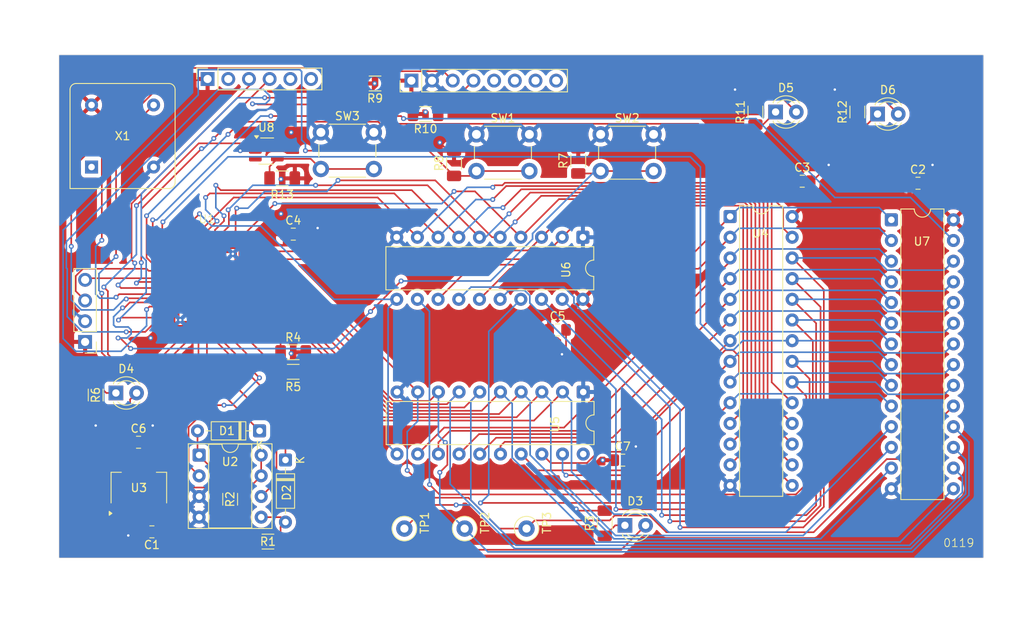
<source format=kicad_pcb>
(kicad_pcb (version 20241229) (generator "pcbnew") (generator_version "9.0")
  (layers (0 "F.Cu" signal) (4 "In1.Cu" signal) (6 "In2.Cu" signal) (2 "B.Cu" signal) (13 "F.Paste" user) (15 "B.Paste" user) (5 "F.SilkS" user "F.Silkscreen") (7 "B.SilkS" user "B.Silkscreen") (1 "F.Mask" user) (3 "B.Mask" user) (25 "Edge.Cuts" user))
  (net 0 "")
  (net 1 "GND")
  (net 2 "+5V")
  (net 3 "+3V3")
  (net 4 "Net-(D1-K)")
  (net 5 "Net-(D1-A)")
  (net 6 "Net-(D2-A)")
  (net 7 "Net-(D2-K)")
  (net 8 "Net-(D3-A)")
  (net 9 "Net-(D3-K)")
  (net 10 "Net-(D4-K)")
  (net 11 "PA0")
  (net 12 "Net-(D5-K)")
  (net 13 "PA1")
  (net 14 "Net-(D6-K)")
  (net 15 "SCLK")
  (net 16 "SDO")
  (net 17 "TXD")
  (net 20 "RXD")
  (net 25 "PA4")
  (net 26 "PA5")
  (net 27 "Net-(U1-mprj_io[3]_CSB)")
  (net 28 "Net-(U1-mprj_io[0]_JTAG)")
  (net 29 "PA2")
  (net 30 "PA3")
  (net 31 "AD5")
  (net 32 "AD6")
  (net 33 "AD7")
  (net 34 "~{WE_LO}")
  (net 35 "Net-(U1-flash_io1)")
  (net 36 "AD14")
  (net 37 "SDI")
  (net 38 "Net-(U1-clock)")
  (net 39 "AD13")
  (net 41 "~{OE}")
  (net 42 "Net-(U1-flash_clk)")
  (net 43 "LE_HI")
  (net 45 "AD9")
  (net 47 "BDIR")
  (net 48 "AD0")
  (net 49 "AD2")
  (net 50 "AD4")
  (net 51 "AD11")
  (net 52 "AD12")
  (net 53 "LE_LO")
  (net 54 "~{WE_HI}")
  (net 55 "AD15")
  (net 56 "AD3")
  (net 57 "AD8")
  (net 58 "AD10")
  (net 59 "AD1")
  (net 60 "A12")
  (net 61 "A11")
  (net 62 "A0")
  (net 63 "A15")
  (net 64 "A4")
  (net 65 "A14")
  (net 66 "A5")
  (net 67 "A9")
  (net 68 "A2")
  (net 69 "A7")
  (net 70 "A1")
  (net 71 "A8")
  (net 72 "A13")
  (net 73 "A6")
  (net 74 "A3")
  (net 75 "A10")
  (net 77 "Net-(U8-~{MR})")
  (net 78 "~{RST}")
  (footprint "TestPoint:TestPoint_Loop_D1.80mm_Drill1.0mm_Beaded" (layer "F.Cu") (at 103.8 127.4 90)
    (property "Reference" "TP2")
    (property "Value" "TestPoint")
  )
  (footprint "Capacitor_SMD:C_0805_2012Metric_Pad1.18x1.45mm_HandSolder" (layer "F.Cu") (at 123.2125 119)
    (property "Reference" "C7")
    (property "Value" "1µF")
  )
  (footprint "Capacitor_SMD:C_0805_2012Metric_Pad1.18x1.45mm_HandSolder" (layer "F.Cu") (at 159.4625 85)
    (property "Reference" "C2")
    (property "Value" "1µF")
  )
  (footprint "LED_THT:LED_D3.0mm" (layer "F.Cu") (at 154.5 76.5)
    (property "Reference" "D6")
    (property "Value" "LED")
  )
  (footprint "TestPoint:TestPoint_Loop_D1.80mm_Drill1.0mm_Beaded" (layer "F.Cu") (at 111.4 127.4 90)
    (property "Reference" "TP3")
    (property "Value" "TestPoint")
  )
  (footprint "Package_TO_SOT_SMD:SOT-223-3_TabPin2" (layer "F.Cu") (at 63.8 122.4 90)
    (property "Reference" "U3")
    (property "Value" "AMS1117-3.3")
  )
  (footprint "TestPoint:TestPoint_Loop_D1.80mm_Drill1.0mm_Beaded" (layer "F.Cu") (at 96.4 127.4 90)
    (property "Reference" "TP1")
    (property "Value" "TestPoint")
  )
  (footprint "Button_Switch_THT:SW_PUSH_6mm" (layer "F.Cu") (at 86.15 78.75)
    (property "Reference" "SW3")
    (property "Value" "SW_Push")
  )
  (footprint "Package_DIP:DIP-8_W7.62mm_Socket" (layer "F.Cu") (at 71.2 118.38)
    (property "Reference" "U2")
    (property "Value" "W25Q32")
  )
  (footprint "Capacitor_SMD:C_0805_2012Metric_Pad1.18x1.45mm_HandSolder" (layer "F.Cu") (at 63.7625 116.8)
    (property "Reference" "C6")
    (property "Value" "1µF")
  )
  (footprint "Connector_PinHeader_2.54mm:PinHeader_1x08_P2.54mm_Vertical" (layer "F.Cu") (at 97.26 72.4 90)
    (property "Reference" "J3" (hide yes))
    (property "Value" "Conn_01x08" (hide yes))
  )
  (footprint "Button_Switch_THT:SW_PUSH_6mm" (layer "F.Cu") (at 105.25 79)
    (property "Reference" "SW1")
    (property "Value" "SW_Push")
  )
  (footprint "Capacitor_SMD:C_0805_2012Metric_Pad1.18x1.45mm_HandSolder" (layer "F.Cu") (at 82.7625 91.25)
    (property "Reference" "C4")
    (property "Value" "1µF")
  )
  (footprint "Resistor_SMD:R_1206_3216Metric_Pad1.30x1.75mm_HandSolder" (layer "F.Cu") (at 75.01 123.8 90)
    (property "Reference" "R2")
    (property "Value" "1K")
  )
  (footprint "Resistor_SMD:R_1206_3216Metric_Pad1.30x1.75mm_HandSolder" (layer "F.Cu") (at 99 76.5 180)
    (property "Reference" "R10")
    (property "Value" "1K")
  )
  (footprint "Connector_PinSocket_2.54mm:PinSocket_1x06_P2.54mm_Vertical" (layer "F.Cu") (at 72.24 72.2 90)
    (property "Reference" "J2" (hide yes))
    (property "Value" "Conn_01x06" (hide yes))
  )
  (footprint "Capacitor_SMD:C_0805_2012Metric_Pad1.18x1.45mm_HandSolder" (layer "F.Cu") (at 145.25 84.75)
    (property "Reference" "C3")
    (property "Value" "1µF")
  )
  (footprint "Resistor_SMD:R_1206_3216Metric_Pad1.30x1.75mm_HandSolder" (layer "F.Cu") (at 58.5 111 -90)
    (property "Reference" "R6")
    (property "Value" "1K")
  )
  (footprint "LED_THT:LED_D3.0mm" (layer "F.Cu") (at 123.48 127)
    (property "Reference" "D3")
    (property "Value" "LED")
  )
  (footprint "Resistor_SMD:R_1206_3216Metric_Pad1.30x1.75mm_HandSolder" (layer "F.Cu") (at 82.75 108.15)
    (property "Reference" "R5")
    (property "Value" "1K")
  )
  (footprint "Resistor_SMD:R_1206_3216Metric_Pad1.30x1.75mm_HandSolder" (layer "F.Cu") (at 139.5 76.25 90)
    (property "Reference" "R11")
    (property "Value" "1K")
  )
  (footprint "Package_DIP:DIP-20_W7.62mm" (layer "F.Cu") (at 118.32 91.63 -90)
    (property "Reference" "U6")
    (property "Value" "74LS573")
  )
  (footprint "Button_Switch_THT:SW_PUSH_6mm" (layer "F.Cu") (at 120.5 79)
    (property "Reference" "SW2")
    (property "Value" "SW_Push")
  )
  (footprint "Capacitor_SMD:C_0805_2012Metric_Pad1.18x1.45mm_HandSolder" (layer "F.Cu") (at 115.2125 103)
    (property "Reference" "C5")
    (property "Value" "1µF")
  )
  (footprint "Resistor_SMD:R_1206_3216Metric_Pad1.30x1.75mm_HandSolder" (layer "F.Cu") (at 79.65 129)
    (property "Reference" "R1")
    (property "Value" "1K")
  )
  (footprint "Connector_PinHeader_2.54mm:PinHeader_1x04_P2.54mm_Vertical" (layer "F.Cu") (at 57.2 104.48 180)
    (property "Reference" "J1" (hide yes))
    (property "Value" "Conn_01x04" (hide yes))
  )
  (footprint "Package_DIP:DIP-20_W7.62mm" (layer "F.Cu") (at 118.36 110.63 -90)
    (property "Reference" "U5")
    (property "Value" "74LS573")
  )
  (footprint "LED_THT:LED_D3.0mm" (layer "F.Cu") (at 60.98 110.75)
    (property "Reference" "D4")
    (property "Value" "LED")
  )
  (footprint "LED_THT:LED_D3.0mm" (layer "F.Cu") (at 141.98 76.25)
    (property "Reference" "D5")
    (property "Value" "LED")
  )
  (footprint "Oscillator:Oscillator_DIP-8" (layer "F.Cu") (at 57.99 83.01)
    (property "Reference" "X1")
    (property "Value" "CXO_DIP8")
  )
  (footprint "Resistor_SMD:R_1206_3216Metric_Pad1.30x1.75mm_HandSolder" (layer "F.Cu") (at 82.75 105.75)
    (property "Reference" "R4")
    (property "Value" "1K")
  )
  (footprint "COB:caravel_gfmpw_1_0_asap" (layer "F.Cu") (at 72.1365 90.871)
    (property "Reference" "U1")
    (property "Value" "Caravel_COB")
  )
  (footprint "Diode_THT:D_DO-35_SOD27_P7.62mm_Horizontal" (layer "F.Cu") (at 81.8 118.98 -90)
    (property "Reference" "D2")
    (property "Value" "1N4148")
  )
  (footprint "Resistor_SMD:R_1206_3216Metric_Pad1.30x1.75mm_HandSolder" (layer "F.Cu") (at 81.4 84.4)
    (property "Reference" "R13")
    (property "Value" "1K")
  )
  (footprint "Resistor_SMD:R_1206_3216Metric_Pad1.30x1.75mm_HandSolder" (layer "F.Cu") (at 121 126.75 90)
    (property "Reference" "R3")
    (property "Value" "1K")
  )
  (footprint "Package_DIP:DIP-28_W7.62mm" (layer "F.Cu") (at 136.395 89.09)
    (property "Reference" "U4")
    (property "Value" "IS61C256")
  )
  (footprint "Resistor_SMD:R_1206_3216Metric_Pad1.30x1.75mm_HandSolder" (layer "F.Cu") (at 102.5 82.55 90)
    (property "Reference" "R8")
    (property "Value" "1K")
  )
  (footprint "Capacitor_SMD:C_0805_2012Metric_Pad1.18x1.45mm_HandSolder" (layer "F.Cu") (at 65.4 127.8)
    (property "Reference" "C1")
    (property "Value" "1µF")
  )
  (footprint "Resistor_SMD:R_1206_3216Metric_Pad1.30x1.75mm_HandSolder" (layer "F.Cu") (at 92.8 72.75 180)
    (property "Reference" "R9")
    (property "Value" "1K")
  )
  (footprint "Diode_THT:D_DO-35_SOD27_P7.62mm_Horizontal" (layer "F.Cu") (at 78.62 115.4 180)
    (property "Reference" "D1")
    (property "Value" "1N4148")
  )
  (footprint "Resistor_SMD:R_1206_3216Metric_Pad1.30x1.75mm_HandSolder" (layer "F.Cu") (at 152.02 76.25 90)
    (property "Reference" "R12")
    (property "Value" "1K")
  )
  (footprint "Resistor_SMD:R_1206_3216Metric_Pad1.30x1.75mm_HandSolder" (layer "F.Cu") (at 117.75 82.25 90)
    (property "Reference" "R7")
    (property "Value" "1K")
  )
  (footprint "Package_DIP:DIP-28_W7.62mm" (layer "F.Cu") (at 156.195 89.49)
    (property "Reference" "U7")
    (property "Value" "IS61C256")
  )
  (footprint "Package_TO_SOT_SMD:SOT-23-5_HandSoldering" (layer "F.Cu") (at 79.45 81.05)
    (property "Reference" "U8")
    (property "Value" "MCP1319MT-29LE-OT")
  )
  (gr_rect (start 54 69.25) (end 167.5 131) (stroke (width 0.05)) (fill no) (layer "Edge.Cuts"))
  (gr_text "0119" (at 162.5 129.75 0) (layer "F.SilkS") (effects (font (size 1 1) (thickness 0.1)) (justify left bottom)))
  (segment (start 124.25 117.89063) (end 124.820315 117.320315) (width 0.2) (layer "F.Cu") (net 1))
  (segment (start 146.2875 84.75) (end 146.5 84.75) (width 0.2) (layer "F.Cu") (net 1))
  (segment (start 160.5 83.5) (end 161.25 82.75) (width 0.2) (layer "F.Cu") (net 1))
  (segment (start 160.5 85) (end 160.5 83.5) (width 0.2) (layer "F.Cu") (net 1))
  (segment (start 64.8 116.8) (end 64.8 115.45) (width 0.2) (layer "F.Cu") (net 1))
  (segment (start 152.02 74.7) (end 150.45 74.7) (width 0.2) (layer "F.Cu") (net 1))
  (segment (start 64.3625 127.8) (end 62.95 127.8) (width 0.2) (layer "F.Cu") (net 1))
  (segment (start 58.5 112.55) (end 58.5 114.75) (width 0.2) (layer "F.Cu") (net 1))
  (segment (start 64.8 115.45) (end 65.5 114.75) (width 0.2) (layer "F.Cu") (net 1))
  (segment (start 62.95 127.8) (end 62.5 128.25) (width 0.2) (layer "F.Cu") (net 1))
  (segment (start 117.7 125.2) (end 117.5 125) (width 0.2) (layer "F.Cu") (net 1))
  (segment (start 78.1 81.05) (end 76.3 81.05) (width 0.2) (layer "F.Cu") (net 1))
  (segment (start 139.5 74.7) (end 138.2 74.7) (width 0.2) (layer "F.Cu") (net 1))
  (segment (start 64.3625 127.8) (end 63.75 127.8) (width 0.2) (layer "F.Cu") (net 1))
  (segment (start 116.25 105.5) (end 115.75 106) (width 0.2) (layer "F.Cu") (net 1))
  (segment (start 146.5 84.75) (end 148.5 82.75) (width 0.2) (layer "F.Cu") (net 1))
  (segment (start 83.8 91.25) (end 85 91.25) (width 0.2) (layer "F.Cu") (net 1))
  (segment (start 63.75 127.8) (end 61.5 125.55) (width 0.2) (layer "F.Cu") (net 1))
  (segment (start 76.3 81.05) (end 76.25 81) (width 0.2) (layer "F.Cu") (net 1))
  (segment (start 121 125.2) (end 117.7 125.2) (width 0.2) (layer "F.Cu") (net 1))
  (segment (start 138.2 74.7) (end 137 73.5) (width 0.2) (layer "F.Cu") (net 1))
  (segment (start 124.25 119) (end 124.25 117.89063) (width 0.2) (layer "F.Cu") (net 1))
  (segment (start 85 91.25) (end 85.75 90.5) (width 0.2) (layer "F.Cu") (net 1))
  (segment (start 116.25 103) (end 116.25 105.5) (width 0.2) (layer "F.Cu") (net 1))
  (segment (start 150.45 74.7) (end 149.25 73.5) (width 0.2) (layer "F.Cu") (net 1))
  (via (at 76.25 81) (size 0.6) (drill 0.3) (layers "F.Cu" "B.Cu") (net 1))
  (via (at 58.5 114.75) (size 0.6) (drill 0.3) (layers "F.Cu" "B.Cu") (net 1))
  (via (at 115.75 106) (size 0.6) (drill 0.3) (layers "F.Cu" "B.Cu") (net 1))
  (via (at 85.75 90.5) (size 0.6) (drill 0.3) (layers "F.Cu" "B.Cu") (net 1))
  (via (at 149.25 73.5) (size 0.6) (drill 0.3) (layers "F.Cu" "B.Cu") (net 1))
  (via (at 65.5 114.75) (size 0.6) (drill 0.3) (layers "F.Cu" "B.Cu") (net 1))
  (via (at 148.5 82.75) (size 0.6) (drill 0.3) (layers "F.Cu" "B.Cu") (net 1))
  (via (at 124.820315 117.320315) (size 0.6) (drill 0.3) (layers "F.Cu" "B.Cu") (net 1))
  (via (at 161.25 82.75) (size 0.6) (drill 0.3) (layers "F.Cu" "B.Cu") (net 1))
  (via (at 137 73.5) (size 0.6) (drill 0.3) (layers "F.Cu" "B.Cu") (net 1))
  (via (at 62.5 128.25) (size 0.6) (drill 0.3) (layers "F.Cu" "B.Cu") (net 1))
  (via (at 117.5 125) (size 0.6) (drill 0.3) (layers "F.Cu" "B.Cu") (net 1))
  (segment (start 81.725 91.25) (end 81.725 89.225) (width 0.2) (layer "F.Cu") (net 2))
  (segment (start 78.411395 91.25) (end 77.567618 92.093777) (width 0.2) (layer "F.Cu") (net 2))
  (segment (start 91.25 72.75) (end 92.75 72.75) (width 0.2) (layer "F.Cu") (net 2))
  (segment (start 97.45 76.5) (end 98.75 76.5) (width 0.2) (layer "F.Cu") (net 2))
  (segment (start 82.15 78.75) (end 82.5 78.75) (width 0.2) (layer "F.Cu") (net 2))
  (segment (start 66.0346 103.2154) (end 65.25 104) (width 0.2) (layer "F.Cu") (net 2))
  (segment (start 81.725 89.225) (end 81.25 88.75) (width 0.2) (layer "F.Cu") (net 2))
  (segment (start 81.35 84.4) (end 81.25 84.5) (width 0.2) (layer "F.Cu") (net 2))
  (segment (start 102.5 81) (end 101.75 81) (width 0.2) (layer "F.Cu") (net 2))
  (segment (start 82.95 84.4) (end 81.35 84.4) (width 0.2) (layer "F.Cu") (net 2))
  (segment (start 82.649265 105.75) (end 82.5 105.899265) (width 0.2) (layer "F.Cu") (net 2))
  (segment (start 84.3 105.75) (end 82.649265 105.75) (width 0.2) (layer "F.Cu") (net 2))
  (segment (start 98.75 76.5) (end 99 76.25) (width 0.2) (layer "F.Cu") (net 2))
  (segment (start 81.725 91.25) (end 78.411395 91.25) (width 0.2) (layer "F.Cu") (net 2))
  (segment (start 66.9041 103.2154) (end 66.0346 103.2154) (width 0.2) (layer "F.Cu") (net 2))
  (segment (start 80.8 80.1) (end 82.15 78.75) (width 0.2) (layer "F.Cu") (net 2))
  (segment (start 122.175 119) (end 120.75 119) (width 0.2) (layer "F.Cu") (net 2))
  (segment (start 101.75 81) (end 100.75 80) (width 0.2) (layer "F.Cu") (net 2))
  (via (at 82.5 78.75) (size 0.6) (drill 0.3) (layers "F.Cu" "B.Cu") (net 2))
  (via (at 120.75 119) (size 0.6) (drill 0.3) (layers "F.Cu" "B.Cu") (net 2))
  (via (at 81.25 84.5) (size 0.6) (drill 0.3) (layers "F.Cu" "B.Cu") (net 2))
  (via (at 100.75 80) (size 0.6) (drill 0.3) (layers "F.Cu" "B.Cu") (net 2))
  (via (at 81.25 88.75) (size 0.6) (drill 0.3) (layers "F.Cu" "B.Cu") (net 2))
  (via (at 65.25 104) (size 0.6) (drill 0.3) (layers "F.Cu" "B.Cu") (net 2))
  (via (at 92.75 72.75) (size 0.6) (drill 0.3) (layers "F.Cu" "B.Cu") (net 2))
  (via (at 99 76.25) (size 0.6) (drill 0.3) (layers "F.Cu" "B.Cu") (net 2))
  (via (at 82.5 105.899265) (size 0.6) (drill 0.3) (layers "F.Cu" "B.Cu") (net 2))
  (segment (start 66.909 122.359) (end 72.019 122.359) (width 0.2) (layer "F.Cu") (net 3))
  (segment (start 63.8 125.55) (end 63.8 119.25) (width 0.2) (layer "F.Cu") (net 3))
  (segment (start 62.725 116.8) (end 62.725 111.545) (width 0.2) (layer "F.Cu") (net 3))
  (segment (start 75.01 125.35) (end 75.01 125.91) (width 0.2) (layer "F.Cu") (net 3))
  (segment (start 62.725 118.175) (end 62.725 116.8) (width 0.2) (layer "F.Cu") (net 3))
  (segment (start 75.01 125.35) (end 75.01 124.73) (width 0.2) (layer "F.Cu") (net 3))
  (segment (start 63.8 119.25) (end 62.725 118.175) (width 0.2) (layer "F.Cu") (net 3))
  (segment (start 75.01 124.73) (end 78.82 120.92) (width 0.2) (layer "F.Cu") (net 3))
  (segment (start 63.8 119.25) (end 66.909 122.359) (width 0.2) (layer "F.Cu") (net 3))
  (segment (start 78.82 120.92) (end 78.82 118.38) (width 0.2) (layer "F.Cu") (net 3))
  (segment (start 72.019 122.359) (end 75.01 125.35) (width 0.2) (layer "F.Cu") (net 3))
  (segment (start 75.01 125.91) (end 78.1 129) (width 0.2) (layer "F.Cu") (net 3))
  (segment (start 62.725 111.545) (end 63.52 110.75) (width 0.2) (layer "F.Cu") (net 3))
  (segment (start 71.1205 107.9005) (end 71.1205 104.079) (width 0.2) (layer "F.Cu") (net 4))
  (segment (start 78.62 115.4) (end 71.1205 107.9005) (width 0.2) (layer "F.Cu") (net 4))
  (segment (start 71.2 118.38) (end 71.2 118.44) (width 0.2) (layer "F.Cu") (net 5))
  (segment (start 71.2 118.44) (end 75.01 122.25) (width 0.2) (layer "F.Cu") (net 5))
  (segment (start 71 115.4) (end 71 118.18) (width 0.2) (layer "F.Cu") (net 5))
  (segment (start 71 118.18) (end 71.2 118.38) (width 0.2) (layer "F.Cu") (net 5))
  (segment (start 81.2 126) (end 81.8 126.6) (width 0.2) (layer "F.Cu") (net 6))
  (segment (start 81.2 127.2) (end 81.8 126.6) (width 0.2) (layer "F.Cu") (net 6))
  (segment (start 81.2 129) (end 81.2 127.2) (width 0.2) (layer "F.Cu") (net 6))
  (segment (start 78.82 126) (end 81.2 126) (width 0.2) (layer "F.Cu") (net 6))
  (segment (start 81.8 118.98) (end 81.8 112.9375) (width 0.2) (layer "F.Cu") (net 7))
  (segment (start 81.8 112.9375) (end 73.1525 104.29) (width 0.2) (layer "F.Cu") (net 7))
  (segment (start 73.1525 104.29) (end 73.1525 104.079) (width 0.2) (layer "F.Cu") (net 7))
  (segment (start 85.75 114.6445) (end 85.75 121) (width 0.2) (layer "F.Cu") (net 8))
  (segment (start 123.02 130) (end 126.02 127) (width 0.2) (layer "F.Cu") (net 8))
  (segment (start 94.75 130) (end 123.02 130) (width 0.2) (layer "F.Cu") (net 8))
  (segment (start 75.1845 104.079) (end 85.75 114.6445) (width 0.2) (layer "F.Cu") (net 8))
  (segment (start 85.75 121) (end 94.75 130) (width 0.2) (layer "F.Cu") (net 8))
  (segment (start 123.48 127) (end 122.3 127) (width 0.2) (layer "F.Cu") (net 9))
  (segment (start 122.3 127) (end 121 128.3) (width 0.2) (layer "F.Cu") (net 9))
  (segment (start 60.98 110.75) (end 59.8 110.75) (width 0.2) (layer "F.Cu") (net 10))
  (segment (start 59.8 110.75) (end 58.5 109.45) (width 0.2) (layer "F.Cu") (net 10))
  (segment (start 61 99) (end 61.382 98.618) (width 0.2) (layer "F.Cu") (net 11))
  (segment (start 68.59495 70.848) (end 59.25 80.19295) (width 0.2) (layer "F.Cu") (net 11))
  (segment (start 139.118 70.848) (end 68.59495 70.848) (width 0.2) (layer "F.Cu") (net 11))
  (segment (start 144.52 76.25) (end 139.118 70.848) (width 0.2) (layer "F.Cu") (net 11))
  (segment (start 59.25 80.19295) (end 59.25 92) (width 0.2) (layer "F.Cu") (net 11))
  (segment (start 61.382 98.618) (end 66.6755 98.618) (width 0.2) (layer "F.Cu") (net 11))
  (via (at 59.25 92) (size 0.6) (drill 0.3) (layers "F.Cu" "B.Cu") (net 11))
  (via (at 61 99) (size 0.6) (drill 0.3) (layers "F.Cu" "B.Cu") (net 11))
  (segment (start 58.498 92.752) (end 58.498 98.609875) (width 0.2) (layer "B.Cu") (net 11))
  (segment (start 59.25 92) (end 58.498 92.752) (width 0.2) (layer "B.Cu") (net 11))
  (segment (start 58.998074 99.109949) (end 60.890051 99.109949) (width 0.2) (layer "B.Cu") (net 11))
  (segment (start 60.890051 99.109949) (end 61 99) (width 0.2) (layer "B.Cu") (net 11))
  (segment (start 58.498 98.609875) (end 58.998074 99.109949) (width 0.2) (layer "B.Cu") (net 11))
  (segment (start 140.43 77.8) (end 141.98 76.25) (width 0.2) (layer "F.Cu") (net 12))
  (segment (start 139.5 77.8) (end 140.43 77.8) (width 0.2) (layer "F.Cu") (net 12))
  (segment (start 55.5 83.298) (end 55.5 92.75) (width 0.2) (layer "F.Cu") (net 13))
  (segment (start 157.04 76.5) (end 150.79 70.25) (width 0.2) (layer "F.Cu") (net 13))
  (segment (start 68.548 70.25) (end 55.5 83.298) (width 0.2) (layer "F.Cu") (net 13))
  (segment (start 93 70.25) (end 68.548 70.25) (width 0.2) (layer "F.Cu") (net 13))
  (segment (start 150.79 70.25) (end 93 70.25) (width 0.2) (layer "F.Cu") (net 13))
  (segment (start 62.25 99.218) (end 62.342 99.126) (width 0.2) (layer "F.Cu") (net 13))
  (segment (start 62.342 99.126) (end 66.6755 99.126) (width 0.2) (layer "F.Cu") (net 13))
  (via (at 62.25 99.218) (size 0.6) (drill 0.3) (layers "F.Cu" "B.Cu") (net 13))
  (via (at 55.5 92.75) (size 0.6) (drill 0.3) (layers "F.Cu" "B.Cu") (net 13))
  (segment (start 61.75 99.5) (end 62.032 99.218) (width 0.2) (layer "B.Cu") (net 13))
  (segment (start 56.72324 100.551) (end 60.699 100.551) (width 0.2) (layer "B.Cu") (net 13))
  (segment (start 55.5 92.75) (end 55.5 99.32776) (width 0.2) (layer "B.Cu") (net 13))
  (segment (start 55.5 99.32776) (end 56.72324 100.551) (width 0.2) (layer "B.Cu") (net 13))
  (segment (start 60.699 100.551) (end 61.75 99.5) (width 0.2) (layer "B.Cu") (net 13))
  (segment (start 62.032 99.218) (end 62.25 99.218) (width 0.2) (layer "B.Cu") (net 13))
  (segment (start 153.2 77.8) (end 154.5 76.5) (width 0.2) (layer "F.Cu") (net 14))
  (segment (start 152.02 77.8) (end 153.2 77.8) (width 0.2) (layer "F.Cu") (net 14))
  (segment (start 57.2 99.4) (end 56.049 98.249) (width 0.2) (layer "F.Cu") (net 15))
  (segment (start 64.75 95.5) (end 65 95.75) (width 0.2) (layer "F.Cu") (net 15))
  (segment (start 56.049 96.38324) (end 56.93224 95.5) (width 0.2) (layer "F.Cu") (net 15))
  (segment (start 65 95.75) (end 65.9035 95.75) (width 0.2) (layer "F.Cu") (net 15))
  (segment (start 56.049 98.249) (end 56.049 96.38324) (width 0.2) (layer "F.Cu") (net 15))
  (segment (start 65.9057 95.7478) (end 66.6755 95.7478) (width 0.2) (layer "F.Cu") (net 15))
  (segment (start 65.9035 95.75) (end 65.9057 95.7478) (width 0.2) (layer "F.Cu") (net 15))
  (segment (start 56.93224 95.5) (end 64.75 95.5) (width 0.2) (layer "F.Cu") (net 15))
  (segment (start 57.3978 96.6622) (end 66.6755 96.6622) (width 0.2) (layer "F.Cu") (net 16))
  (segment (start 57.2 96.86) (end 57.3978 96.6622) (width 0.2) (layer "F.Cu") (net 16))
  (segment (start 66.6755 97.1194) (end 63.6428 97.1194) (width 0.2) (layer "F.Cu") (net 17))
  (segment (start 75.75 76.75) (end 75.75 76.31) (width 0.2) (layer "F.Cu") (net 17))
  (segment (start 73 79.5) (end 75.75 76.75) (width 0.2) (layer "F.Cu") (net 17))
  (segment (start 64.097298 88.152702) (end 71.5 80.75) (width 0.2) (layer "F.Cu") (net 17))
  (segment (start 75.75 76.31) (end 79.86 72.2) (width 0.2) (layer "F.Cu") (net 17))
  (segment (start 63.6428 97.1194) (end 63.5 97.2622) (width 0.2) (layer "F.Cu") (net 17))
  (segment (start 64.097298 94.743159) (end 64.097298 88.152702) (width 0.2) (layer "F.Cu") (net 17))
  (via (at 71.5 80.75) (size 0.6) (drill 0.3) (layers "F.Cu" "B.Cu") (net 17))
  (via (at 63.5 97.2622) (size 0.6) (drill 0.3) (layers "F.Cu" "B.Cu") (net 17))
  (via (at 64.097298 94.743159) (size 0.6) (drill 0.3) (layers "F.Cu" "B.Cu") (net 17))
  (via (at 73 79.5) (size 0.6) (drill 0.3) (layers "F.Cu" "B.Cu") (net 17))
  (segment (start 71.5 80.75) (end 71.75 80.75) (width 0.2) (layer "B.Cu") (net 17))
  (segment (start 63.5 97.2622) (end 64.097298 96.664902) (width 0.2) (layer "B.Cu") (net 17))
  (segment (start 71.75 80.75) (end 73 79.5) (width 0.2) (layer "B.Cu") (net 17))
  (segment (start 64.097298 96.664902) (end 64.097298 94.743159) (width 0.2) (layer "B.Cu") (net 17))
  (segment (start 66.4143 97.8632) (end 66.6755 97.602) (width 0.2) (layer "F.Cu") (net 20))
  (segment (start 77.32 72.2) (end 77.32 73.080057) (width 0.2) (layer "F.Cu") (net 20))
  (segment (start 62.899 87.501057) (end 62.899 94.399) (width 0.2) (layer "F.Cu") (net 20))
  (segment (start 77.32 73.080057) (end 62.899 87.501057) (width 0.2) (layer "F.Cu") (net 20))
  (segment (start 61.25 97.5) (end 61.6132 97.8632) (width 0.2) (layer "F.Cu") (net 20))
  (segment (start 62.899 94.399) (end 63.299265 94.799265) (width 0.2) (layer "F.Cu") (net 20))
  (segment (start 61.6132 97.8632) (end 66.4143 97.8632) (width 0.2) (layer "F.Cu") (net 20))
  (via (at 61.25 97.5) (size 0.6) (drill 0.3) (layers "F.Cu" "B.Cu") (net 20))
  (via (at 63.299265 94.799265) (size 0.6) (drill 0.3) (layers "F.Cu" "B.Cu") (net 20))
  (segment (start 63.299265 95.450735) (end 61.25 97.5) (width 0.2) (layer "B.Cu") (net 20))
  (segment (start 63.299265 94.799265) (end 63.299265 95.450735) (width 0.2) (layer "B.Cu") (net 20))
  (segment (start 94.35 72.75) (end 92.6 74.5) (width 0.2) (layer "F.Cu") (net 25))
  (segment (start 66.5935 100.732) (end 66.6755 100.65) (width 0.2) (layer "F.Cu") (net 25))
  (segment (start 65.8745 100.732) (end 66.5935 100.732) (width 0.2) (layer "F.Cu") (net 25))
  (segment (start 65.8745 101.3919) (end 65.8745 100.732) (width 0.2) (layer "F.Cu") (net 25))
  (segment (start 101.189 71.249) (end 102.34 72.4) (width 0.2) (layer "F.Cu") (net 25))
  (segment (start 65.7664 101.5) (end 65.8745 101.3919) (width 0.2) (layer "F.Cu") (net 25))
  (segment (start 95.851 71.249) (end 101.189 71.249) (width 0.2) (layer "F.Cu") (net 25))
  (segment (start 92.6 74.5) (end 79.25 74.5) (width 0.2) (layer "F.Cu") (net 25))
  (segment (start 61.6 101.5) (end 65.7664 101.5) (width 0.2) (layer "F.Cu") (net 25))
  (segment (start 94.35 72.75) (end 95.851 71.249) (width 0.2) (layer "F.Cu") (net 25))
  (segment (start 61.3 101.8) (end 61.6 101.5) (width 0.2) (layer "F.Cu") (net 25))
  (via (at 79.25 74.5) (size 0.6) (drill 0.3) (layers "F.Cu" "B.Cu") (net 25))
  (via (at 61.3 101.8) (size 0.6) (drill 0.3) (layers "F.Cu" "B.Cu") (net 25))
  (segment (start 75.900057 74.5) (end 79.25 74.5) (width 0.2) (layer "B.Cu") (net 25))
  (segment (start 64.101 86.299057) (end 75.900057 74.5) (width 0.2) (layer "B.Cu") (net 25))
  (segment (start 64.101 93.896918) (end 64.101 86.299057) (width 0.2) (layer "B.Cu") (net 25))
  (segment (start 61.3 101.8) (end 64.698298 98.401702) (width 0.2) (layer "B.Cu") (net 25))
  (segment (start 64.698298 94.494216) (end 64.101 93.896918) (width 0.2) (layer "B.Cu") (net 25))
  (segment (start 64.698298 98.401702) (end 64.698298 94.494216) (width 0.2) (layer "B.Cu") (net 25))
  (segment (start 99.374 75.324) (end 100.55 76.5) (width 0.2) (layer "F.Cu") (net 26))
  (segment (start 62.25 103.25) (end 64.5835 103.25) (width 0.2) (layer "F.Cu") (net 26))
  (segment (start 100.55 76.5) (end 100.78 76.5) (width 0.2) (layer "F.Cu") (net 26))
  (segment (start 78.426 75.324) (end 99.374 75.324) (width 0.2) (layer "F.Cu") (net 26))
  (segment (start 78.352 75.25) (end 78.426 75.324) (width 0.2) (layer "F.Cu") (net 26))
  (segment (start 100.78 76.5) (end 104.88 72.4) (width 0.2) (layer "F.Cu") (net 26))
  (segment (start 77.75 75.25) (end 78.352 75.25) (width 0.2) (layer "F.Cu") (net 26))
  (segment (start 64.5835 103.25) (end 66.6755 101.158) (width 0.2) (layer "F.Cu") (net 26))
  (via (at 62.25 103.25) (size 0.6) (drill 0.3) (layers "F.Cu" "B.Cu") (net 26))
  (via (at 77.75 75.25) (size 0.6) (drill 0.3) (layers "F.Cu" "B.Cu") (net 26))
  (segment (start 77.75 75.25) (end 79.349943 75.25) (width 0.2) (layer "B.Cu") (net 26))
  (segment (start 79.099943 73.5) (end 73.56295 73.5) (width 0.2) (layer "B.Cu") (net 26))
  (segment (start 55 101.36776) (end 56.88224 103.25) (width 0.2) (layer "B.Cu") (net 26))
  (segment (start 79.851 74.748943) (end 79.851 74.251057) (width 0.2) (layer "B.Cu") (net 26))
  (segment (start 56.88224 103.25) (end 62.25 103.25) (width 0.2) (layer "B.Cu") (net 26))
  (segment (start 73.56295 73.5) (end 54.899 92.16395) (width 0.2) (layer "B.Cu") (net 26))
  (segment (start 79.349943 75.25) (end 79.851 74.748943) (width 0.2) (layer "B.Cu") (net 26))
  (segment (start 54.899 92.16395) (end 54.899 95.399) (width 0.2) (layer "B.Cu") (net 26))
  (segment (start 54.899 95.399) (end 55 95.5) (width 0.2) (layer "B.Cu") (net 26))
  (segment (start 79.851 74.251057) (end 79.099943 73.5) (width 0.2) (layer "B.Cu") (net 26))
  (segment (start 55 95.5) (end 55 101.36776) (width 0.2) (layer "B.Cu") (net 26))
  (segment (start 78.4435 100.142) (end 77.7245 100.142) (width 0.2) (layer "F.Cu") (net 27))
  (segment (start 81.2 105.75) (end 81.2 102.8985) (width 0.2) (layer "F.Cu") (net 27))
  (segment (start 81.2 106.65) (end 81.2 106.0915) (width 0.2) (layer "F.Cu") (net 27))
  (segment (start 81.2 102.8985) (end 78.4435 100.142) (width 0.2) (layer "F.Cu") (net 27))
  (segment (start 81.2 108.15) (end 77.7245 104.6745) (width 0.2) (layer "F.Cu") (net 28))
  (segment (start 77.7245 104.6745) (end 77.7245 101.666) (width 0.2) (layer "F.Cu") (net 28))
  (segment (start 117.75 83.8) (end 120.2 83.8) (width 0.2) (layer "F.Cu") (net 29))
  (segment (start 62.018678 100.299265) (end 61.799265 100.299265) (width 0.2) (layer "F.Cu") (net 29))
  (segment (start 61.5 104) (end 62.799265 105.299265) (width 0.2) (layer "F.Cu") (net 29))
  (segment (start 66.6755 99.634) (end 62.683943 99.634) (width 0.2) (layer "F.Cu") (net 29))
  (segment (start 120.5 83.5) (end 127 83.5) (width 0.2) (layer "F.Cu") (net 29))
  (segment (start 62.683943 99.634) (end 62.018678 100.299265) (width 0.2) (layer "F.Cu") (net 29))
  (segment (start 92.25 100.75) (end 96 97) (width 0.2) (layer "F.Cu") (net 29))
  (segment (start 120.2 83.8) (end 120.5 83.5) (width 0.2) (layer "F.Cu") (net 29))
  (segment (start 61.25 104) (end 61.5 104) (width 0.2) (layer "F.Cu") (net 29))
  (via (at 92.25 100.75) (size 0.6) (drill 0.3) (layers "F.Cu" "B.Cu") (net 29))
  (via (at 96 97) (size 0.6) (drill 0.3) (layers "F.Cu" "B.Cu") (net 29))
  (via (at 62.799265 105.299265) (size 0.6) (drill 0.3) (layers "F.Cu" "B.Cu") (net 29))
  (via (at 61.799265 100.299265) (size 0.6) (drill 0.3) (layers "F.Cu" "B.Cu") (net 29))
  (via (at 61.25 104) (size 0.6) (drill 0.3) (layers "F.Cu" "B.Cu") (net 29))
  (segment (start 96 97) (end 107 97) (width 0.2) (layer "B.Cu") (net 29))
  (segment (start 62.349943 104) (end 61.25 104) (width 0.2) (layer "B.Cu") (net 29))
  (segment (start 62.799265 105.299265) (end 87.700735 105.299265) (width 0.2) (layer "B.Cu") (net 29))
  (segment (start 60.949 102.649) (end 62.498943 102.649) (width 0.2) (layer "B.Cu") (net 29))
  (segment (start 112.139 91.861) (end 112.139 91.17395) (width 0.2) (layer "B.Cu") (net 29))
  (segment (start 60.699 102.399) (end 60.949 102.649) (width 0.2) (layer "B.Cu") (net 29))
  (segment (start 119.81295 83.5) (end 120.5 83.5) (width 0.2) (layer "B.Cu") (net 29))
  (segment (start 107 97) (end 112.139 91.861) (width 0.2) (layer "B.Cu") (net 29))
  (segment (start 61.799265 100.299265) (end 60.699 101.39953) (width 0.2) (layer "B.Cu") (net 29))
  (segment (start 60.699 101.39953) (end 60.699 102.399) (width 0.2) (layer "B.Cu") (net 29))
  (segment (start 87.700735 105.299265) (end 92.25 100.75) (width 0.2) (layer "B.Cu") (net 29))
  (segment (start 62.851 103.001057) (end 62.851 103.498943) (width 0.2) (layer "B.Cu") (net 29))
  (segment (start 62.498943 102.649) (end 62.851 103.001057) (width 0.2) (layer "B.Cu") (net 29))
  (segment (start 112.139 91.17395) (end 119.81295 83.5) (width 0.2) (layer "B.Cu") (net 29))
  (segment (start 62.851 103.498943) (end 62.349943 104) (width 0.2) (layer "B.Cu") (net 29))
  (segment (start 99.4 81) (end 84.25 81) (width 0.2) (layer "F.Cu") (net 30))
  (segment (start 105.25 83.5) (end 111.75 83.5) (width 0.2) (layer "F.Cu") (net 30))
  (segment (start 102.5 84.1) (end 104.65 84.1) (width 0.2) (layer "F.Cu") (net 30))
  (segment (start 104.65 84.1) (end 105.25 83.5) (width 0.2) (layer "F.Cu") (net 30))
  (segment (start 102.5 84.1) (end 99.4 81) (width 0.2) (layer "F.Cu") (net 30))
  (segment (start 65.108 100.142) (end 64.75 100.5) (width 0.2) (layer "F.Cu") (net 30))
  (segment (start 66.6755 100.142) (end 65.108 100.142) (width 0.2) (layer "F.Cu") (net 30))
  (via (at 64.75 100.5) (size 0.6) (drill 0.3) (layers "F.Cu" "B.Cu") (net 30))
  (via (at 84.25 81) (size 0.6) (drill 0.3) (layers "F.Cu" "B.Cu") (net 30))
  (segment (start 83.549 71.049) (end 71.089 71.049) (width 0.2) (layer "B.Cu") (net 30))
  (segment (start 64.75 102.5) (end 64.75 100.5) (width 0.2) (layer "B.Cu") (net 30))
  (segment (start 71.089 74.161) (end 54.498 90.752) (width 0.2) (layer "B.Cu") (net 30))
  (segment (start 83.789 71.289) (end 83.549 71.049) (width 0.2) (layer "B.Cu") (net 30))
  (segment (start 83.789 79.689057) (end 83.789 71.289) (width 0.2) (layer "B.Cu") (net 30))
  (segment (start 54.498 97.748) (end 54.5 97.75) (width 0.2) (layer "B.Cu") (net 30))
  (segment (start 84.25 81) (end 84.25 80.150057) (width 0.2) (layer "B.Cu") (net 30))
  (segment (start 71.089 71.049) (end 71.089 74.161) (width 0.2) (layer "B.Cu") (net 30))
  (segment (start 56.049 105.631) (end 61.619 105.631) (width 0.2) (layer "B.Cu") (net 30))
  (segment (start 54.498 90.752) (end 54.498 97.748) (width 0.2) (layer "B.Cu") (net 30))
  (segment (start 54.5 97.75) (end 54.5 104.082) (width 0.2) (layer "B.Cu") (net 30))
  (segment (start 61.619 105.631) (end 64.75 102.5) (width 0.2) (layer "B.Cu") (net 30))
  (segment (start 84.25 80.150057) (end 83.789 79.689057) (width 0.2) (layer "B.Cu") (net 30))
  (segment (start 54.5 104.082) (end 56.049 105.631) (width 0.2) (layer "B.Cu") (net 30))
  (segment (start 96.4 127.4) (end 99.3 124.5) (width 0.2) (layer "F.Cu") (net 31))
  (segment (start 103.12 110.63) (end 101.618 112.132) (width 0.2) (layer "F.Cu") (net 31))
  (segment (start 99.3 124.5) (end 102.75 124.5) (width 0.2) (layer "F.Cu") (net 31))
  (segment (start 94.87785 112.132) (end 92 109.25415) (width 0.2) (layer "F.Cu") (net 31))
  (segment (start 81.5058 96.2558) (end 77.7245 96.2558) (width 0.2) (layer "F.Cu") (net 31))
  (segment (start 101.618 112.132) (end 94.87785 112.132) (width 0.2) (layer "F.Cu") (net 31))
  (segment (start 92 109.25415) (end 92 106.75) (width 0.2) (layer "F.Cu") (net 31))
  (segment (start 92 106.75) (end 81.5058 96.2558) (width 0.2) (layer "F.Cu") (net 31))
  (via (at 102.75 124.5) (size 0.6) (drill 0.3) (layers "F.Cu" "B.Cu") (net 31))
  (segment (start 104.582956 124.5) (end 104.916478 124.833522) (width 0.2) (layer "B.Cu") (net 31))
  (segment (start 102.019 121.936043) (end 102.019 111.731) (width 0.2) (layer "B.Cu") (net 31))
  (segment (start 163.815 117.43) (end 165.317 118.932) (width 0.2) (layer "B.Cu") (net 31))
  (segment (start 109.938957 129.856) (end 104.916478 124.833522) (width 0.2) (layer "B.Cu") (net 31))
  (segment (start 102.75 124.5) (end 104.582956 124.5) (width 0.2) (layer "B.Cu") (net 31))
  (segment (start 104.916478 124.833522) (end 102.019 121.936043) (width 0.2) (layer "B.Cu") (net 31))
  (segment (start 165.317 118.932) (end 165.317 123.13215) (width 0.2) (layer "B.Cu") (net 31))
  (segment (start 102.019 111.731) (end 103.12 110.63) (width 0.2) (layer "B.Cu") (net 31))
  (segment (start 158.59315 129.856) (end 109.938957 129.856) (width 0.2) (layer "B.Cu") (net 31))
  (segment (start 165.317 123.13215) (end 158.59315 129.856) (width 0.2) (layer "B.Cu") (net 31))
  (segment (start 82.0486 95.7986) (end 77.7245 95.7986) (width 0.2) (layer "F.Cu") (net 32))
  (segment (start 92.75 109.43705) (end 92.75 106.5) (width 0.2) (layer "F.Cu") (net 32))
  (segment (start 101.681 117.082527) (end 101.419 116.820527) (width 0.2) (layer "F.Cu") (net 32))
  (segment (start 95.04395 111.731) (end 92.75 109.43705) (width 0.2) (layer "F.Cu") (net 32))
  (segment (start 100.75 120.5) (end 101.681 119.569) (width 0.2) (layer "F.Cu") (net 32))
  (segment (start 101.681 119.569) (end 101.681 117.082527) (width 0.2) (layer "F.Cu") (net 32))
  (segment (start 92.75 106.5) (end 82.0486 95.7986) (width 0.2) (layer "F.Cu") (net 32))
  (segment (start 100.58 110.63) (end 99.479 111.731) (width 0.2) (layer "F.Cu") (net 32))
  (segment (start 99.479 111.731) (end 95.04395 111.731) (width 0.2) (layer "F.Cu") (net 32))
  (via (at 101.419 116.820527) (size 0.6) (drill 0.3) (layers "F.Cu" "B.Cu") (net 32))
  (via (at 100.75 120.5) (size 0.6) (drill 0.3) (layers "F.Cu" "B.Cu") (net 32))
  (segment (start 106.657 130.257) (end 103.8 127.4) (width 0.2) (layer "B.Cu") (net 32))
  (segment (start 158.75925 130.257) (end 106.657 130.257) (width 0.2) (layer "B.Cu") (net 32))
  (segment (start 163.815 114.89) (end 165.718 116.793) (width 0.2) (layer "B.Cu") (net 32))
  (segment (start 100.58 115.981527) (end 100.58 110.63) (width 0.2) (layer "B.Cu") (net 32))
  (segment (start 165.718 123.29825) (end 158.75925 130.257) (width 0.2) (layer "B.Cu") (net 32))
  (segment (start 101.419 116.820527) (end 100.58 115.981527) (width 0.2) (layer "B.Cu") (net 32))
  (segment (start 100.75 124.35) (end 100.75 120.5) (width 0.2) (layer "B.Cu") (net 32))
  (segment (start 165.718 116.793) (end 165.718 123.29825) (width 0.2) (layer "B.Cu") (net 32))
  (segment (start 103.8 127.4) (end 100.75 124.35) (width 0.2) (layer "B.Cu") (net 32))
  (segment (start 128.569471 127.851) (end 126.517471 125.799) (width 0.2) (layer "F.Cu") (net 33))
  (segment (start 163.815 112.35) (end 157.296 118.869) (width 0.2) (layer "F.Cu") (net 33))
  (segment (start 121.61116 126.4) (end 112.4 126.4) (width 0.2) (layer "F.Cu") (net 33))
  (segment (start 108.050057 127.4) (end 104.262057 123.612) (width 0.2) (layer "F.Cu") (net 33))
  (segment (start 82.7514 95.3414) (end 77.7245 95.3414) (width 0.2) (layer "F.Cu") (net 33))
  (segment (start 122.21216 125.799) (end 121.61116 126.4) (width 0.2) (layer "F.Cu") (net 33))
  (segment (start 112.4 126.4) (end 111.4 127.4) (width 0.2) (layer "F.Cu") (net 33))
  (segment (start 104.262057 123.612) (end 100.112 123.612) (width 0.2) (layer "F.Cu") (net 33))
  (segment (start 98.04 110.63) (end 82.7514 95.3414) (width 0.2) (layer "F.Cu") (net 33))
  (segment (start 155.631 118.869) (end 146.649 127.851) (width 0.2) (layer "F.Cu") (net 33))
  (segment (start 111.4 127.4) (end 108.050057 127.4) (width 0.2) (layer "F.Cu") (net 33))
  (segment (start 126.517471 125.799) (end 122.21216 125.799) (width 0.2) (layer "F.Cu") (net 33))
  (segment (start 146.649 127.851) (end 128.569471 127.851) (width 0.2) (layer "F.Cu") (net 33))
  (segment (start 100.112 123.612) (end 96.75 120.25) (width 0.2) (layer "F.Cu") (net 33))
  (segment (start 157.296 118.869) (end 155.631 118.869) (width 0.2) (layer "F.Cu") (net 33))
  (via (at 96.75 120.25) (size 0.6) (drill 0.3) (layers "F.Cu" "B.Cu") (net 33))
  (segment (start 96.75 120.25) (end 96.75 115.5) (width 0.2) (layer "B.Cu") (net 33))
  (segment (start 96.75 115.5) (end 98.04 114.21) (width 0.2) (layer "B.Cu") (net 33))
  (segment (start 98.04 114.21) (end 98.04 110.63) (width 0.2) (layer "B.Cu") (net 33))
  (segment (start 95.98385 76.75) (end 96.3 77.06615) (width 0.2) (layer "F.Cu") (net 34))
  (segment (start 65.5 93.6579) (end 65.5 89.5) (width 0.2) (layer "F.Cu") (net 34))
  (segment (start 66.6755 94.8334) (end 65.5 93.6579) (width 0.2) (layer "F.Cu") (net 34))
  (segment (start 80 76.75) (end 95.98385 76.75) (width 0.2) (layer "F.Cu") (net 34))
  (via (at 96.3 77.06615) (size 0.6) (drill 0.3) (layers "F.Cu" "B.Cu") (net 34))
  (via (at 80 76.75) (size 0.6) (drill 0.3) (layers "F.Cu" "B.Cu") (net 34))
  (via (at 65.5 89.5) (size 0.6) (drill 0.3) (layers "F.Cu" "B.Cu") (net 34))
  (segment (start 96.3 77.06615) (end 139.56615 77.06615) (width 0.2) (layer "B.Cu") (net 34))
  (segment (start 80 76.75) (end 78.75 76.75) (width 0.2) (layer "B.Cu") (net 34))
  (segment (start 149.25 86.75) (end 158.535 86.75) (width 0.2) (layer "B.Cu") (net 34))
  (segment (start 78.75 76.75) (end 66 89.5) (width 0.2) (layer "B.Cu") (net 34))
  (segment (start 158.535 86.75) (end 163.815 92.03) (width 0.2) (layer "B.Cu") (net 34))
  (segment (start 66 89.5) (end 65.5 89.5) (width 0.2) (layer "B.Cu") (net 34))
  (segment (start 139.56615 77.06615) (end 149.25 86.75) (width 0.2) (layer "B.Cu") (net 34))
  (segment (start 71.2 120.92) (end 69.899 119.619) (width 0.2) (layer "F.Cu") (net 35))
  (segment (start 69.899 114.94395) (end 72.59295 112.25) (width 0.2) (layer "F.Cu") (net 35))
  (segment (start 74.1685 104.45747) (end 74.1685 104.079) (width 0.2) (layer "F.Cu") (net 35))
  (segment (start 78.605515 108.894485) (end 74.1685 104.45747) (width 0.2) (layer "F.Cu") (net 35))
  (segment (start 69.899 119.619) (end 69.899 114.94395) (width 0.2) (layer "F.Cu") (net 35))
  (segment (start 72.59295 112.25) (end 74.25 112.25) (width 0.2) (layer "F.Cu") (net 35))
  (via (at 78.605515 108.894485) (size 0.6) (drill 0.3) (layers "F.Cu" "B.Cu") (net 35))
  (via (at 74.25 112.25) (size 0.6) (drill 0.3) (layers "F.Cu" "B.Cu") (net 35))
  (segment (start 75.25 112.25) (end 78.605515 108.894485) (width 0.2) (layer "B.Cu") (net 35))
  (segment (start 74.25 112.25) (end 75.25 112.25) (width 0.2) (layer "B.Cu") (net 35))
  (segment (start 73.393265 89.643265) (end 72.16825 90.86828) (width 0.2) (layer "F.Cu") (net 36))
  (segment (start 141 87.3474) (end 138.9966 85.344) (width 0.2) (layer "F.Cu") (net 36))
  (segment (start 100.54 91.63) (end 95.16 86.25) (width 0.2) (layer "F.Cu") (net 36))
  (segment (start 81 86.25) (end 72.5 86.25) (width 0.2) (layer "F.Cu") (net 36))
  (segment (start 72.16825 90.86828) (end 72.16825 91.379) (width 0.2) (layer "F.Cu") (net 36))
  (segment (start 141 104.25) (end 141 87.3474) (width 0.2) (layer "F.Cu") (net 36))
  (segment (start 95.16 86.25) (end 81 86.25) (width 0.2) (layer "F.Cu") (net 36))
  (segment (start 144.015 114.49) (end 141 111.475) (width 0.2) (layer "F.Cu") (net 36))
  (segment (start 138.9966 85.344) (end 108.906 85.344) (width 0.2) (layer "F.Cu") (net 36))
  (segment (start 108.906 85.344) (end 107.25 87) (width 0.2) (layer "F.Cu") (net 36))
  (segment (start 141 111.475) (end 141 104.25) (width 0.2) (layer "F.Cu") (net 36))
  (segment (start 72.5 86.25) (end 72 86.75) (width 0.2) (layer "F.Cu") (net 36))
  (via (at 73.393265 89.643265) (size 0.6) (drill 0.3) (layers "F.Cu" "B.Cu") (net 36))
  (via (at 107.25 87) (size 0.6) (drill 0.3) (layers "F.Cu" "B.Cu") (net 36))
  (via (at 72 86.75) (size 0.6) (drill 0.3) (layers "F.Cu" "B.Cu") (net 36))
  (segment (start 105.17 87) (end 100.54 91.63) (width 0.2) (layer "B.Cu") (net 36))
  (segment (start 72 88.25) (end 73.393265 89.643265) (width 0.2) (layer "B.Cu") (net 36))
  (segment (start 107.25 87) (end 105.17 87) (width 0.2) (layer "B.Cu") (net 36))
  (segment (start 72 86.75) (end 72 88.25) (width 0.2) (layer "B.Cu") (net 36))
  (segment (start 61 80) (end 61 94) (width 0.2) (layer "F.Cu") (net 38))
  (segment (start 66.963396 107.151) (end 69.660396 104.454) (width 0.2) (layer "F.Cu") (net 38))
  (segment (start 59.247017 98.508949) (end 59.247017 105.814117) (width 0.2) (layer "F.Cu") (net 38))
  (segment (start 59.247017 105.814117) (end 60.5839 107.151) (width 0.2) (layer "F.Cu") (net 38))
  (segment (start 65.61 75.39) (end 61 80) (width 0.2) (layer "F.Cu") (net 38))
  (segment (start 60.5839 107.151) (end 66.963396 107.151) (width 0.2) (layer "F.Cu") (net 38))
  (segment (start 69.660396 104.454) (end 69.660396 104.079) (width 0.2) (layer "F.Cu") (net 38))
  (via (at 59.247017 98.508949) (size 0.6) (drill 0.3) (layers "F.Cu" "B.Cu") (net 38))
  (via (at 61 94) (size 0.6) (drill 0.3) (layers "F.Cu" "B.Cu") (net 38))
  (segment (start 61 94) (end 58.899 96.101) (width 0.2) (layer "B.Cu") (net 38))
  (segment (start 58.899 98.160932) (end 59.247017 98.508949) (width 0.2) (layer "B.Cu") (net 38))
  (segment (start 58.899 96.101) (end 58.899 98.160932) (width 0.2) (layer "B.Cu") (net 38))
  (segment (start 138.8305 85.745) (end 110.755 85.745) (width 0.2) (layer "F.Cu") (net 39))
  (segment (start 103.08 91.63) (end 97.299 85.849) (width 0.2) (layer "F.Cu") (net 39))
  (segment (start 73.849 85.849) (end 73.25 85.25) (width 0.2) (layer "F.Cu") (net 39))
  (segment (start 140.5 113.515) (end 140.5 87.4145) (width 0.2) (layer "F.Cu") (net 39))
  (segment (start 110.755 85.745) (end 108.5 88) (width 0.2) (layer "F.Cu") (net 39))
  (segment (start 140.5 87.4145) (end 138.8305 85.745) (width 0.2) (layer "F.Cu") (net 39))
  (segment (start 74.25 89.636473) (end 73.1525 90.733973) (width 0.2) (layer "F.Cu") (net 39))
  (segment (start 73.1525 90.733973) (end 73.1525 91.379) (width 0.2) (layer "F.Cu") (net 39))
  (segment (start 74.25 89) (end 74.25 89.636473) (width 0.2) (layer "F.Cu") (net 39))
  (segment (start 144.015 117.03) (end 140.5 113.515) (width 0.2) (layer "F.Cu") (net 39))
  (segment (start 97.299 85.849) (end 73.849 85.849) (width 0.2) (layer "F.Cu") (net 39))
  (via (at 108.5 88) (size 0.6) (drill 0.3) (layers "F.Cu" "B.Cu") (net 39))
  (via (at 73.25 85.25) (size 0.6) (drill 0.3) (layers "F.Cu" "B.Cu") (net 39))
  (via (at 74.25 89) (size 0.6) (drill 0.3) (layers "F.Cu" "B.Cu") (net 39))
  (segment (start 73.25 88) (end 74.25 89) (width 0.2) (layer "B.Cu") (net 39))
  (segment (start 73.25 85.25) (end 73.25 88) (width 0.2) (layer "B.Cu") (net 39))
  (segment (start 108.5 88) (end 106.71 88) (width 0.2) (layer "B.Cu") (net 39))
  (segment (start 106.71 88) (end 103.08 91.63) (width 0.2) (layer "B.Cu") (net 39))
  (segment (start 66.6755 93.3602) (end 66.6755 89.8245) (width 0.2) (layer "F.Cu") (net 41))
  (segment (start 66.6755 89.8245) (end 66.75 89.75) (width 0.2) (layer "F.Cu") (net 41))
  (via (at 66.75 89.75) (size 0.6) (drill 0.3) (layers "F.Cu" "B.Cu") (net 41))
  (segment (start 136.85105 105.431) (end 137.95205 104.33) (width 0.2) (layer "B.Cu") (net 41))
  (segment (start 66.75 89.75) (end 74.75 81.75) (width 0.2) (layer "B.Cu") (net 41))
  (segment (start 155.3231 105.831) (end 153.8221 104.33) (width 0.2) (layer "B.Cu") (net 41))
  (segment (start 131.5 81.75) (end 132.75 83) (width 0.2) (layer "B.Cu") (net 41))
  (segment (start 137.95205 104.33) (end 144.015 104.33) (width 0.2) (layer "B.Cu") (net 41))
  (segment (start 153.8221 104.33) (end 144.015 104.33) (width 0.2) (layer "B.Cu") (net 41))
  (segment (start 162.714 105.831) (end 155.3231 105.831) (width 0.2) (layer "B.Cu") (net 41))
  (segment (start 74.75 81.75) (end 131.5 81.75) (width 0.2) (layer "B.Cu") (net 41))
  (segment (start 135.93895 105.431) (end 136.85105 105.431) (width 0.2) (layer "B.Cu") (net 41))
  (segment (start 132.75 83) (end 132.75 102.24205) (width 0.2) (layer "B.Cu") (net 41))
  (segment (start 132.75 102.24205) (end 135.93895 105.431) (width 0.2) (layer "B.Cu") (net 41))
  (segment (start 163.815 104.73) (end 162.714 105.831) (width 0.2) (layer "B.Cu") (net 41))
  (segment (start 72.158063 106.408063) (end 72.158063 104.079) (width 0.2) (layer "F.Cu") (net 42))
  (segment (start 80.699 121.581) (end 80.699 114.949) (width 0.2) (layer "F.Cu") (net 42))
  (segment (start 80.699 114.949) (end 72.158063 106.408063) (width 0.2) (layer "F.Cu") (net 42))
  (segment (start 78.82 123.46) (end 80.699 121.581) (width 0.2) (layer "F.Cu") (net 42))
  (segment (start 91.25 93.25) (end 91.1398 93.3602) (width 0.2) (layer "F.Cu") (net 45))
  (segment (start 117.521 87.349) (end 113.24 91.63) (width 0.2) (layer "F.Cu") (net 45))
  (segment (start 138.1661 87.349) (end 117.521 87.349) (width 0.2) (layer "F.Cu") (net 45))
  (segment (start 138.5 87.6829) (end 138.1661 87.349) (width 0.2) (layer "F.Cu") (net 45))
  (segment (start 111.62 93.25) (end 91.25 93.25) (width 0.2) (layer "F.Cu") (net 45))
  (segment (start 136.395 117.03) (end 138.5 114.925) (width 0.2) (layer "F.Cu") (net 45))
  (segment (start 138.5 114.925) (end 138.5 87.6829) (width 0.2) (layer "F.Cu") (net 45))
  (segment (start 91.1398 93.3602) (end 77.7245 93.3602) (width 0.2) (layer "F.Cu") (net 45))
  (segment (start 113.24 91.63) (end 111.62 93.25) (width 0.2) (layer "F.Cu") (net 45))
  (segment (start 88.75 109.3171) (end 88.75 108.38884) (width 0.2) (layer "F.Cu") (net 48))
  (segment (start 112.313 114.137) (end 93.5699 114.137) (width 0.2) (layer "F.Cu") (net 48))
  (segment (start 93.5699 114.137) (end 88.75 109.3171) (width 0.2) (layer "F.Cu") (net 48))
  (segment (start 115.82 110.63) (end 112.313 114.137) (width 0.2) (layer "F.Cu") (net 48))
  (segment (start 79.48716 99.126) (end 77.7245 99.126) (width 0.2) (layer "F.Cu") (net 48))
  (segment (start 88.75 108.38884) (end 79.48716 99.126) (width 0.2) (layer "F.Cu") (net 48))
  (segment (start 143.234 127.851) (end 128.851 127.851) (width 0.2) (layer "B.Cu") (net 48))
  (segment (start 128.851 127.851) (end 126.63437 125.63437) (width 0.2) (layer "B.Cu") (net 48))
  (segment (start 156.195 114.89) (end 143.234 127.851) (width 0.2) (layer "B.Cu") (net 48))
  (segment (start 122.126057 125.63437) (end 116.921 120.429313) (width 0.2) (layer "B.Cu") (net 48))
  (segment (start 116.921 111.731) (end 115.82 110.63) (width 0.2) (layer "B.Cu") (net 48))
  (segment (start 126.63437 125.63437) (end 122.126057 125.63437) (width 0.2) (layer "B.Cu") (net 48))
  (segment (start 116.921 120.429313) (end 116.921 111.731) (width 0.2) (layer "B.Cu") (net 48))
  (segment (start 79.6274 97.6274) (end 77.7245 97.6274) (width 0.2) (layer "F.Cu") (net 49))
  (segment (start 110.74 110.63) (end 108.035 113.335) (width 0.2) (layer "F.Cu") (net 49))
  (segment (start 94.37955 113.335) (end 90.25 109.20545) (width 0.2) (layer "F.Cu") (net 49))
  (segment (start 108.035 113.335) (end 94.37955 113.335) (width 0.2) (layer "F.Cu") (net 49))
  (segment (start 90.25 108.25) (end 79.6274 97.6274) (width 0.2) (layer "F.Cu") (net 49))
  (segment (start 90.25 109.20545) (end 90.25 108.25) (width 0.2) (layer "F.Cu") (net 49))
  (segment (start 122.12595 128.653) (end 111.841 118.36805) (width 0.2) (layer "B.Cu") (net 49))
  (segment (start 111.841 111.731) (end 110.74 110.63) (width 0.2) (layer "B.Cu") (net 49))
  (segment (start 147.512 128.653) (end 122.12595 128.653) (width 0.2) (layer "B.Cu") (net 49))
  (segment (start 156.195 119.97) (end 147.512 128.653) (width 0.2) (layer "B.Cu") (net 49))
  (segment (start 111.841 118.36805) (end 111.841 111.731) (width 0.2) (layer "B.Cu") (net 49))
  (segment (start 91.5 107.5) (end 80.713 96.713) (width 0.2) (layer "F.Cu") (net 50))
  (segment (start 80.713 96.713) (end 77.7245 96.713) (width 0.2) (layer "F.Cu") (net 50))
  (segment (start 94.71175 112.533) (end 91.5 109.32125) (width 0.2) (layer "F.Cu") (net 50))
  (segment (start 91.5 109.32125) (end 91.5 107.5) (width 0.2) (layer "F.Cu") (net 50))
  (segment (start 105.66 110.63) (end 103.757 112.533) (width 0.2) (layer "F.Cu") (net 50))
  (segment (start 103.757 112.533) (end 94.71175 112.533) (width 0.2) (layer "F.Cu") (net 50))
  (segment (start 158.42705 129.455) (end 110.105057 129.455) (width 0.2) (layer "B.Cu") (net 50))
  (segment (start 163.815 119.97) (end 164.916 121.071) (width 0.2) (layer "B.Cu") (net 50))
  (segment (start 110.105057 129.455) (end 104.559 123.908943) (width 0.2) (layer "B.Cu") (net 50))
  (segment (start 104.559 123.908943) (end 104.559 111.731) (width 0.2) (layer "B.Cu") (net 50))
  (segment (start 164.916 122.96605) (end 158.42705 129.455) (width 0.2) (layer "B.Cu") (net 50))
  (segment (start 164.916 121.071) (end 164.916 122.96605) (width 0.2) (layer "B.Cu") (net 50))
  (segment (start 104.559 111.731) (end 105.66 110.63) (width 0.2) (layer "B.Cu") (net 50))
  (segment (start 107.17705 91.63) (end 100.19605 84.649) (width 0.2) (layer "F.Cu") (net 51))
  (segment (start 138.4983 86.547) (end 113.203 86.547) (width 0.2) (layer "F.Cu") (net 51))
  (segment (start 139.5 87.5487) (end 138.4983 86.547) (width 0.2) (layer "F.Cu") (net 51))
  (segment (start 113.203 86.547) (end 110 89.75) (width 0.2) (layer "F.Cu") (net 51))
  (segment (start 75.81753 88.06753) (end 75.67925 88.20581) (width 0.2) (layer "F.Cu") (net 51))
  (segment (start 139.5 117.595) (end 139.5 114.75) (width 0.2) (layer "F.Cu") (net 51))
  (segment (start 144.015 122.11) (end 139.5 117.595) (width 0.2) (layer "F.Cu") (net 51))
  (segment (start 75.67925 88.20581) (end 75.67925 90.82075) (width 0.2) (layer "F.Cu") (net 51))
  (segment (start 100.19605 84.649) (end 88.25 84.649) (width 0.2) (layer "F.Cu") (net 51))
  (segment (start 75.67925 90.82075) (end 75.121 91.379) (width 0.2) (layer "F.Cu") (net 51))
  (segment (start 139.5 114.75) (end 139.5 87.5487) (width 0.2) (layer "F.Cu") (net 51))
  (segment (start 108.16 91.63) (end 107.17705 91.63) (width 0.2) (layer "F.Cu") (net 51))
  (via (at 75.81753 88.06753) (size 0.6) (drill 0.3) (layers "F.Cu" "B.Cu") (net 51))
  (via (at 88.25 84.649) (size 0.6) (drill 0.3) (layers "F.Cu" "B.Cu") (net 51))
  (via (at 110 89.75) (size 0.6) (drill 0.3) (layers "F.Cu" "B.Cu") (net 51))
  (segment (start 108.16 91.59) (end 108.16 91.63) (width 0.2) (layer "B.Cu") (net 51))
  (segment (start 86.899 86) (end 79.25 86) (width 0.2) (layer "B.Cu") (net 51))
  (segment (start 77.18247 88.06753) (end 75.81753 88.06753) (width 0.2) (layer "B.Cu") (net 51))
  (segment (start 110 89.75) (end 108.16 91.59) (width 0.2) (layer "B.Cu") (net 51))
  (segment (start 79.25 86) (end 77.18247 88.06753) (width 0.2) (layer "B.Cu") (net 51))
  (segment (start 88.25 84.649) (end 86.899 86) (width 0.2) (layer "B.Cu") (net 51))
  (segment (start 74.768265 88.268265) (end 74.851 88.351) (width 0.2) (layer "F.Cu") (net 52))
  (segment (start 140 93.25) (end 140 87.4816) (width 0.2) (layer "F.Cu") (net 52))
  (segment (start 144.015 119.57) (end 140 115.555) (width 0.2) (layer "F.Cu") (net 52))
  (segment (start 140 87.4816) (end 138.6644 86.146) (width 0.2) (layer "F.Cu") (net 52))
  (segment (start 111.854 86.146) (end 109.25 88.75) (width 0.2) (layer "F.Cu") (net 52))
  (segment (start 140 115.555) (end 140 93.25) (width 0.2) (layer "F.Cu") (net 52))
  (segment (start 138.6644 86.146) (end 111.854 86.146) (width 0.2) (layer "F.Cu") (net 52))
  (segment (start 74.13675 91.004) (end 74.13675 91.379) (width 0.2) (layer "F.Cu") (net 52))
  (segment (start 74.851 90.28975) (end 74.13675 91.004) (width 0.2) (layer "F.Cu") (net 52))
  (segment (start 74.851 88.351) (end 74.851 90.28975) (width 0.2) (layer "F.Cu") (net 52))
  (segment (start 105.62 91.63) (end 99.239 85.249) (width 0.2) (layer "F.Cu") (net 52))
  (segment (start 99.239 85.249) (end 85.5 85.249) (width 0.2) (layer "F.Cu") (net 52))
  (via (at 85.5 85.249) (size 0.6) (drill 0.3) (layers "F.Cu" "B.Cu") (net 52))
  (via (at 109.25 88.75) (size 0.6) (drill 0.3) (layers "F.Cu" "B.Cu") (net 52))
  (via (at 74.768265 88.268265) (size 0.6) (drill 0.3) (layers "F.Cu" "B.Cu") (net 52))
  (segment (start 77.78753 85.249) (end 74.768265 88.268265) (width 0.2) (layer "B.Cu") (net 52))
  (segment (start 109.25 88.75) (end 106.37 91.63) (width 0.2) (layer "B.Cu") (net 52))
  (segment (start 106.37 91.63) (end 105.62 91.63) (width 0.2) (layer "B.Cu") (net 52))
  (segment (start 85.5 85.249) (end 77.78753 85.249) (width 0.2) (layer "B.Cu") (net 52))
  (segment (start 71.25 88.75) (end 70.19975 89.80025) (width 0.2) (layer "F.Cu") (net 53))
  (segment (start 70.19975 89.80025) (end 70.19975 91.379) (width 0.2) (layer "F.Cu") (net 53))
  (via (at 71.25 88.75) (size 0.6) (drill 0.3) (layers "F.Cu" "B.Cu") (net 53))
  (segment (start 87.76147 99.25) (end 78.755735 90.244265) (width 0.2) (layer "B.Cu") (net 53))
  (segment (start 72.744265 90.244265) (end 71.25 88.75) (width 0.2) (layer "B.Cu") (net 53))
  (segment (start 95.5 118.25) (end 94.399 117.149) (width 0.2) (layer "B.Cu") (net 53))
  (segment (start 95.46 99.25) (end 87.76147 99.25) (width 0.2) (layer "B.Cu") (net 53))
  (segment (start 94.399 100.311) (end 95.46 99.25) (width 0.2) (layer "B.Cu") (net 53))
  (segment (start 78.755735 90.244265) (end 72.744265 90.244265) (width 0.2) (layer "B.Cu") (net 53))
  (segment (start 94.399 117.149) (end 94.399 100.311) (width 0.2) (layer "B.Cu") (net 53))
  (segment (start 76.301 77.449) (end 74.75 79) (width 0.2) (layer "F.Cu") (net 54))
  (segment (start 93.438892 77.699) (end 93.188892 77.449) (width 0.2) (layer "F.Cu") (net 54))
  (segment (start 66.6755 95.2906) (end 65.9057 95.2906) (width 0.2) (layer "F.Cu") (net 54))
  (segment (start 65.9057 95.2906) (end 64.75 94.1349) (width 0.2) (layer "F.Cu") (net 54))
  (segment (start 142.914 90.529) (end 142.914 88.1272) (width 0.2) (layer "F.Cu") (net 54))
  (segment (start 132.4858 77.699) (end 93.438892 77.699) (width 0.2) (layer "F.Cu") (net 54))
  (segment (start 64.75 94.1349) (end 64.75 89) (width 0.2) (layer "F.Cu") (net 54))
  (segment (start 142.914 88.1272) (end 132.4858 77.699) (width 0.2) (layer "F.Cu") (net 54))
  (segment (start 144.015 91.63) (end 142.914 90.529) (width 0.2) (layer "F.Cu") (net 54))
  (segment (start 93.188892 77.449) (end 76.301 77.449) (width 0.2) (layer "F.Cu") (net 54))
  (via (at 74.75 79) (size 0.6) (drill 0.3) (layers "F.Cu" "B.Cu") (net 54))
  (via (at 64.75 89) (size 0.6) (drill 0.3) (layers "F.Cu" "B.Cu") (net 54))
  (segment (start 74.75 79) (end 64.75 89) (width 0.2) (layer "B.Cu") (net 54))
  (segment (start 108.7399 84.943) (end 108.4329 85.25) (width 0.2) (layer "F.Cu") (net 55))
  (segment (start 141.5 109.435) (end 141.5 87.2803) (width 0.2) (layer "F.Cu") (net 55))
  (segment (start 98 91.63) (end 93.12 86.75) (width 0.2) (layer "F.Cu") (net 55))
  (segment (start 107.5 85.25) (end 107.25 85.5) (width 0.2) (layer "F.Cu") (net 55))
  (segment (start 139.1627 84.943) (end 108.7399 84.943) (width 0.2) (layer "F.Cu") (net 55))
  (segment (start 144.015 111.95) (end 141.5 109.435) (width 0.2) (layer "F.Cu") (net 55))
  (segment (start 71.184 91.004) (end 71.184 91.379) (width 0.2) (layer "F.Cu") (net 55))
  (segment (start 141.5 87.2803) (end 139.1627 84.943) (width 0.2) (layer "F.Cu") (net 55))
  (segment (start 75.438 86.75) (end 71.184 91.004) (width 0.2) (layer "F.Cu") (net 55))
  (segment (start 108.4329 85.25) (end 107.5 85.25) (width 0.2) (layer "F.Cu") (net 55))
  (segment (start 93.12 86.75) (end 75.438 86.75) (width 0.2) (layer "F.Cu") (net 55))
  (via (at 107.25 85.5) (size 0.6) (drill 0.3) (layers "F.Cu" "B.Cu") (net 55))
  (segment (start 107.25 85.5) (end 104.13 85.5) (width 0.2) (layer "B.Cu") (net 55))
  (segment (start 104.13 85.5) (end 98 91.63) (width 0.2) (layer "B.Cu") (net 55))
  (segment (start 105.896 112.934) (end 94.54565 112.934) (width 0.2) (layer "F.Cu") (net 56))
  (segment (start 90.75 107.75) (end 80.1702 97.1702) (width 0.2) (layer "F.Cu") (net 56))
  (segment (start 80.1702 97.1702) (end 77.7245 97.1702) (width 0.2) (layer "F.Cu") (net 56))
  (segment (start 108.2 110.63) (end 105.896 112.934) (width 0.2) (layer "F.Cu") (net 56))
  (segment (start 90.75 109.13835) (end 90.75 107.75) (width 0.2) (layer "F.Cu") (net 56))
  (segment (start 94.54565 112.934) (end 90.75 109.13835) (width 0.2) (layer "F.Cu") (net 56))
  (segment (start 119.98695 129.054) (end 109.639 118.70605) (width 0.2) (layer "B.Cu") (net 56))
  (segment (start 163.815 122.51) (end 157.271 129.054) (width 0.2) (layer "B.Cu") (net 56))
  (segment (start 109.639 118.70605) (end 109.639 112.069) (width 0.2) (layer "B.Cu") (net 56))
  (segment (start 109.639 112.069) (end 108.2 110.63) (width 0.2) (layer "B.Cu") (net 56))
  (segment (start 157.271 129.054) (end 119.98695 129.054) (width 0.2) (layer "B.Cu") (net 56))
  (segment (start 115.78 91.63) (end 113.0846 94.3254) (width 0.2) (layer "F.Cu") (net 57))
  (segment (start 136.395 114.49) (end 138 112.885) (width 0.2) (layer "F.Cu") (net 57))
  (segment (start 138 87.75) (end 119.66 87.75) (width 0.2) (layer "F.Cu") (net 57))
  (segment (start 113.0846 94.3254) (end 77.7245 94.3254) (width 0.2) (layer "F.Cu") (net 57))
  (segment (start 138 112.885) (end 138 87.75) (width 0.2) (layer "F.Cu") (net 57))
  (segment (start 119.66 87.75) (end 115.78 91.63) (width 0.2) (layer "F.Cu") (net 57))
  (segment (start 138.3322 86.948) (end 115.382 86.948) (width 0.2) (layer "F.Cu") (net 58))
  (segment (start 136.395 119.57) (end 139 116.965) (width 0.2) (layer "F.Cu") (net 58))
  (segment (start 110.7 91.63) (end 105.07 86) (width 0.2) (layer "F.Cu") (net 58))
  (segment (start 80.5 87.5) (end 76.621 91.379) (width 0.2) (layer "F.Cu") (net 58))
  (segment (start 105.07 86) (end 102.5 86) (width 0.2) (layer "F.Cu") (net 58))
  (segment (start 139 87.6158) (end 138.3322 86.948) (width 0.2) (layer "F.Cu") (net 58))
  (segment (start 115.382 86.948) (end 110.7 91.63) (width 0.2) (layer "F.Cu") (net 58))
  (segment (start 76.621 91.379) (end 76.10525 91.379) (width 0.2) (layer "F.Cu") (net 58))
  (segment (start 139 116.965) (end 139 87.6158) (width 0.2) (layer "F.Cu") (net 58))
  (via (at 80.5 87.5) (size 0.6) (drill 0.3) (layers "F.Cu" "B.Cu") (net 58))
  (via (at 102.5 86) (size 0.6) (drill 0.3) (layers "F.Cu" "B.Cu") (net 58))
  (segment (start 102.5 86) (end 101 87.5) (width 0.2) (layer "B.Cu") (net 58))
  (segment (start 101 87.5) (end 80.5 87.5) (width 0.2) (layer "B.Cu") (net 58))
  (segment (start 79.75456 98.6434) (end 77.7245 98.6434) (width 0.2) (layer "F.Cu") (net 59))
  (segment (start 110.174 113.736) (end 93.736 113.736) (width 0.2) (layer "F.Cu") (net 59))
  (segment (start 93.736 113.736) (end 89.5 109.5) (width 0.2) (layer "F.Cu") (net 59))
  (segment (start 89.5 108.38884) (end 79.75456 98.6434) (width 0.2) (layer "F.Cu") (net 59))
  (segment (start 89.5 109.5) (end 89.5 108.38884) (width 0.2) (layer "F.Cu") (net 59))
  (segment (start 113.28 110.63) (end 110.174 113.736) (width 0.2) (layer "F.Cu") (net 59))
  (segment (start 114.381 111.731) (end 113.28 110.63) (width 0.2) (layer "B.Cu") (net 59))
  (segment (start 114.381 120.303) (end 114.381 111.731) (width 0.2) (layer "B.Cu") (net 59))
  (segment (start 122.33 128.252) (end 114.381 120.303) (width 0.2) (layer "B.Cu") (net 59))
  (segment (start 145.373 128.252) (end 122.33 128.252) (width 0.2) (layer "B.Cu") (net 59))
  (segment (start 156.195 117.43) (end 145.373 128.252) (width 0.2) (layer "B.Cu") (net 59))
  (segment (start 136.395 91.63) (end 132.525 95.5) (width 0.2) (layer "F.Cu") (net 60))
  (segment (start 109.37 95.5) (end 105.62 99.25) (width 0.2) (layer "F.Cu") (net 60))
  (segment (start 132.525 95.5) (end 109.37 95.5) (width 0.2) (layer "F.Cu") (net 60))
  (segment (start 137.496 90.529) (end 154.694 90.529) (width 0.2) (layer "B.Cu") (net 60))
  (segment (start 136.395 91.63) (end 137.496 90.529) (width 0.2) (layer "B.Cu") (net 60))
  (segment (start 154.694 90.529) (end 156.195 92.03) (width 0.2) (layer "B.Cu") (net 60))
  (segment (start 146.552 104.327) (end 146.552 118.75) (width 0.2) (layer "F.Cu") (net 61))
  (segment (start 146.552 122.7651) (end 144.28373 125.03337) (width 0.2) (layer "F.Cu") (net 61))
  (segment (start 144.28373 125.03337) (end 122.375 125.03337) (width 0.2) (layer "F.Cu") (net 61))
  (segment (start 144.015 101.79) (end 146.552 104.327) (width 0.2) (layer "F.Cu") (net 61))
  (segment (start 146.552 118.75) (end 146.552 122.7651) (width 0.2) (layer "F.Cu") (net 61))
  (via (at 122.375 125.03337) (size 0.6) (drill 0.3) (layers "F.Cu" "B.Cu") (net 61))
  (segment (start 122.375 125.03337) (end 122.375 110.28005) (width 0.2) (layer "B.Cu") (net 61))
  (segment (start 109.261 98.149) (end 108.16 99.25) (width 0.2) (layer "B.Cu") (net 61))
  (segment (start 111.801 98.79395) (end 111.15605 98.149) (width 0.2) (layer "B.Cu") (net 61))
  (segment (start 163.815 102.19) (end 162.714 103.291) (width 0.2) (layer "B.Cu") (net 61))
  (segment (start 162.714 103.291) (end 155.541 103.291) (width 0.2) (layer "B.Cu") (net 61))
  (segment (start 111.801 99.70605) (end 111.801 98.79395) (width 0.2) (layer "B.Cu") (net 61))
  (segment (start 122.375 110.28005) (end 111.801 99.70605) (width 0.2) (layer "B.Cu") (net 61))
  (segment (start 154.04 101.79) (end 144.015 101.79) (width 0.2) (layer "B.Cu") (net 61))
  (segment (start 155.541 103.291) (end 154.04 101.79) (width 0.2) (layer "B.Cu") (net 61))
  (segment (start 111.15605 98.149) (end 109.261 98.149) (width 0.2) (layer "B.Cu") (net 61))
  (segment (start 136.395 111.95) (end 127.495 120.85) (width 0.2) (layer "F.Cu") (net 62))
  (segment (start 127.495 120.85) (end 116.25 120.85) (width 0.2) (layer "F.Cu") (net 62))
  (via (at 116.25 120.85) (size 0.6) (drill 0.3) (layers "F.Cu" "B.Cu") (net 62))
  (segment (start 115.82 118.25) (end 115.82 120.42) (width 0.2) (layer "B.Cu") (net 62))
  (segment (start 136.395 111.95) (end 137.496 110.849) (width 0.2) (layer "B.Cu") (net 62))
  (segment (start 115.82 120.42) (end 116.25 120.85) (width 0.2) (layer "B.Cu") (net 62))
  (segment (start 154.694 110.849) (end 156.195 112.35) (width 0.2) (layer "B.Cu") (net 62))
  (segment (start 137.496 110.849) (end 154.694 110.849) (width 0.2) (layer "B.Cu") (net 62))
  (segment (start 144.015 109.41) (end 145.75 111.145) (width 0.2) (layer "F.Cu") (net 63))
  (segment (start 145.75 121.93205) (end 144.47105 123.211) (width 0.2) (layer "F.Cu") (net 63))
  (segment (start 100.711 123.211) (end 99.5 122) (width 0.2) (layer "F.Cu") (net 63))
  (segment (start 144.47105 123.211) (end 100.711 123.211) (width 0.2) (layer "F.Cu") (net 63))
  (segment (start 145.75 111.145) (end 145.75 113.75) (width 0.2) (layer "F.Cu") (net 63))
  (segment (start 145.75 113.75) (end 145.75 121.93205) (width 0.2) (layer "F.Cu") (net 63))
  (via (at 99.5 122) (size 0.6) (drill 0.3) (layers "F.Cu" "B.Cu") (net 63))
  (segment (start 162.714 110.911) (end 155.73895 110.911) (width 0.2) (layer "B.Cu") (net 63))
  (segment (start 154.23795 109.41) (end 144.015 109.41) (width 0.2) (layer "B.Cu") (net 63))
  (segment (start 99.479 121.979) (end 99.479 100.729) (width 0.2) (layer "B.Cu") (net 63))
  (segment (start 163.815 109.81) (end 162.714 110.911) (width 0.2) (layer "B.Cu") (net 63))
  (segment (start 99.479 100.729) (end 98 99.25) (width 0.2) (layer "B.Cu") (net 63))
  (segment (start 155.73895 110.911) (end 154.23795 109.41) (width 0.2) (layer "B.Cu") (net 63))
  (segment (start 99.5 122) (end 99.479 121.979) (width 0.2) (layer "B.Cu") (net 63))
  (segment (start 121.935 116.25) (end 107.66 116.25) (width 0.2) (layer "F.Cu") (net 64))
  (segment (start 136.395 101.79) (end 121.935 116.25) (width 0.2) (layer "F.Cu") (net 64))
  (segment (start 107.66 116.25) (end 105.66 118.25) (width 0.2) (layer "F.Cu") (net 64))
  (segment (start 136.395 101.79) (end 137.496 100.689) (width 0.2) (layer "B.Cu") (net 64))
  (segment (start 137.496 100.689) (end 154.694 100.689) (width 0.2) (layer "B.Cu") (net 64))
  (segment (start 154.694 100.689) (end 156.195 102.19) (width 0.2) (layer "B.Cu") (net 64))
  (segment (start 104.79 95) (end 100.54 99.25) (width 0.2) (layer "F.Cu") (net 65))
  (segment (start 130.485 95) (end 104.79 95) (width 0.2) (layer "F.Cu") (net 65))
  (segment (start 136.395 89.09) (end 130.485 95) (width 0.2) (layer "F.Cu") (net 65))
  (segment (start 136.395 89.09) (end 137.496 87.989) (width 0.2) (layer "B.Cu") (net 65))
  (segment (start 137.496 87.989) (end 154.694 87.989) (width 0.2) (layer "B.Cu") (net 65))
  (segment (start 154.694 87.989) (end 156.195 89.49) (width 0.2) (layer "B.Cu") (net 65))
  (segment (start 119.843 115.802) (end 105.568 115.802) (width 0.2) (layer "F.Cu") (net 66))
  (segment (start 105.568 115.802) (end 103.12 118.25) (width 0.2) (layer "F.Cu") (net 66))
  (segment (start 136.395 99.25) (end 119.843 115.802) (width 0.2) (layer "F.Cu") (net 66))
  (segment (start 136.395 99.25) (end 137.496 98.149) (width 0.2) (layer "B.Cu") (net 66))
  (segment (start 137.496 98.149) (end 154.694 98.149) (width 0.2) (layer "B.Cu") (net 66))
  (segment (start 154.694 98.149) (end 156.195 99.65) (width 0.2) (layer "B.Cu") (net 66))
  (segment (start 146.953 124.547) (end 145.75 125.75) (width 0.2) (layer "F.Cu") (net 67))
  (segment (start 145.75 125.75) (end 128 125.75) (width 0.2) (layer "F.Cu") (net 67))
  (segment (start 144.015 99.25) (end 146.953 102.188) (width 0.2) (layer "F.Cu") (net 67))
  (segment (start 146.953 102.188) (end 146.953 124.547) (width 0.2) (layer "F.Cu") (net 67))
  (via (at 128 125.75) (size 0.6) (drill 0.3) (layers "F.Cu" "B.Cu") (net 67))
  (segment (start 128 125.75) (end 128 114.01) (width 0.2) (layer "B.Cu") (net 67))
  (segment (start 155.73895 100.751) (end 154.23795 99.25) (width 0.2) (layer "B.Cu") (net 67))
  (segment (start 163.815 99.65) (end 162.714 100.751) (width 0.2) (layer "B.Cu") (net 67))
  (segment (start 154.23795 99.25) (end 144.015 99.25) (width 0.2) (layer "B.Cu") (net 67))
  (segment (start 162.714 100.751) (end 155.73895 100.751) (width 0.2) (layer "B.Cu") (net 67))
  (segment (start 128 114.01) (end 113.24 99.25) (width 0.2) (layer "B.Cu") (net 67))
  (segment (start 125.1385 119.71016) (end 124.59866 120.25) (width 0.2) (layer "F.Cu") (net 68))
  (segment (start 136.395 106.87) (end 125.1385 118.1265) (width 0.2) (layer "F.Cu") (net 68))
  (segment (start 125.1385 118.1265) (end 125.1385 119.71016) (width 0.2) (layer "F.Cu") (net 68))
  (segment (start 124.59866 120.25) (end 112.74 120.25) (width 0.2) (layer "F.Cu") (net 68))
  (segment (start 112.74 120.25) (end 110.74 118.25) (width 0.2) (layer "F.Cu") (net 68))
  (segment (start 154.675 105.75) (end 156.195 107.27) (width 0.2) (layer "B.Cu") (net 68))
  (segment (start 137.515 105.75) (end 154.675 105.75) (width 0.2) (layer "B.Cu") (net 68))
  (segment (start 136.395 106.87) (end 137.515 105.75) (width 0.2) (layer "B.Cu") (net 68))
  (segment (start 116 115) (end 101.29 115) (width 0.2) (layer "F.Cu") (net 69))
  (segment (start 136.395 94.605) (end 116 115) (width 0.2) (layer "F.Cu") (net 69))
  (segment (start 136.395 94.17) (end 136.395 94.605) (width 0.2) (layer "F.Cu") (net 69))
  (segment (start 101.29 115) (end 98.04 118.25) (width 0.2) (layer "F.Cu") (net 69))
  (segment (start 154.694 93.069) (end 156.195 94.57) (width 0.2) (layer "B.Cu") (net 69))
  (segment (start 136.395 94.17) (end 137.496 93.069) (width 0.2) (layer "B.Cu") (net 69))
  (segment (start 137.496 93.069) (end 154.694 93.069) (width 0.2) (layer "B.Cu") (net 69))
  (segment (start 123.3181 117.974) (end 120.19305 117.974) (width 0.2) (layer "F.Cu") (net 70))
  (segment (start 114.381 119.351) (end 113.28 118.25) (width 0.2) (layer "F.Cu") (net 70))
  (segment (start 137.496 108.309) (end 137.496 106.246) (width 0.2) (layer "F.Cu") (net 70))
  (segment (start 136.395 109.41) (end 137.496 108.309) (width 0.2) (layer "F.Cu") (net 70))
  (segment (start 136.75 105.5) (end 135.7921 105.5) (width 0.2) (layer "F.Cu") (net 70))
  (segment (start 118.81605 119.351) (end 114.381 119.351) (width 0.2) (layer "F.Cu") (net 70))
  (segment (start 137.496 106.246) (end 136.75 105.5) (width 0.2) (layer "F.Cu") (net 70))
  (segment (start 135.7921 105.5) (end 123.3181 117.974) (width 0.2) (layer "F.Cu") (net 70))
  (segment (start 120.19305 117.974) (end 118.81605 119.351) (width 0.2) (layer "F.Cu") (net 70))
  (segment (start 136.395 109.41) (end 137.496 108.309) (width 0.2) (layer "B.Cu") (net 70))
  (segment (start 154.694 108.309) (end 156.195 109.81) (width 0.2) (layer "B.Cu") (net 70))
  (segment (start 137.496 108.309) (end 154.694 108.309) (width 0.2) (layer "B.Cu") (net 70))
  (segment (start 144.015 96.71) (end 147.5 100.195) (width 0.2) (layer "F.Cu") (net 71))
  (segment (start 145.5671 126.5) (end 129 126.5) (width 0.2) (layer "F.Cu") (net 71))
  (segment (start 147.5 124.5671) (end 145.5671 126.5) (width 0.2) (layer "F.Cu") (net 71))
  (segment (start 147.5 100.195) (end 147.5 124.5671) (width 0.2) (layer "F.Cu") (net 71))
  (via (at 129 126.5) (size 0.6) (drill 0.3) (layers "F.Cu" "B.Cu") (net 71))
  (segment (start 162.714 98.211) (end 155.461 98.211) (width 0.2) (layer "B.Cu") (net 71))
  (segment (start 153.96 96.71) (end 144.015 96.71) (width 0.2) (layer "B.Cu") (net 71))
  (segment (start 163.815 97.11) (end 162.714 98.211) (width 0.2) (layer "B.Cu") (net 71))
  (segment (start 129 126.5) (end 129 112.47) (width 0.2) (layer "B.Cu") (net 71))
  (segment (start 155.461 98.211) (end 153.96 96.71) (width 0.2) (layer "B.Cu") (net 71))
  (segment (start 129 112.47) (end 115.78 99.25) (width 0.2) (layer "B.Cu") (net 71))
  (segment (start 147.901 124.7332) (end 145.3842 127.25) (width 0.2) (layer "F.Cu") (net 72))
  (segment (start 147.901 98.056) (end 147.901 124.7332) (width 0.2) (layer "F.Cu") (net 72))
  (segment (start 145.3842 127.25) (end 130.25 127.25) (width 0.2) (layer "F.Cu") (net 72))
  (segment (start 144.015 94.17) (end 147.901 98.056) (width 0.2) (layer "F.Cu") (net 72))
  (via (at 130.25 127.25) (size 0.6) (drill 0.3) (layers "F.Cu" "B.Cu") (net 72))
  (segment (start 130.25 127.25) (end 130.25 112.73705) (width 0.2) (layer "B.Cu") (net 72))
  (segment (start 155.671 95.671) (end 154.17 94.17) (width 0.2) (layer "B.Cu") (net 72))
  (segment (start 154.17 94.17) (end 144.015 94.17) (width 0.2) (layer "B.Cu") (net 72))
  (segment (start 130.25 112.73705) (end 117.219 99.70605) (width 0.2) (layer "B.Cu") (net 72))
  (segment (start 162.714 95.671) (end 155.671 95.671) (width 0.2) (layer "B.Cu") (net 72))
  (segment (start 117.219 98.969) (end 115.998 97.748) (width 0.2) (layer "B.Cu") (net 72))
  (segment (start 117.219 99.70605) (end 117.219 98.969) (width 0.2) (layer "B.Cu") (net 72))
  (segment (start 104.582 97.748) (end 103.08 99.25) (width 0.2) (layer "B.Cu") (net 72))
  (segment (start 163.815 94.57) (end 162.714 95.671) (width 0.2) (layer "B.Cu") (net 72))
  (segment (start 115.998 97.748) (end 104.582 97.748) (width 0.2) (layer "B.Cu") (net 72))
  (segment (start 117.704 115.401) (end 101.99 115.401) (width 0.2) (layer "F.Cu") (net 73))
  (segment (start 136.395 96.71) (end 117.704 115.401) (width 0.2) (layer "F.Cu") (net 73))
  (segment (start 101.99 115.401) (end 100.58 116.811) (width 0.2) (layer "F.Cu") (net 73))
  (segment (start 100.58 116.811) (end 100.58 118.25) (width 0.2) (layer "F.Cu") (net 73))
  (segment (start 136.395 96.71) (end 137.496 95.609) (width 0.2) (layer "B.Cu") (net 73))
  (segment (start 137.496 95.609) (end 154.694 95.609) (width 0.2) (layer "B.Cu") (net 73))
  (segment (start 154.694 95.609) (end 156.195 97.11) (width 0.2) (layer "B.Cu") (net 73))
  (segment (start 108.2 117.26705) (end 108.2 118.25) (width 0.2) (layer "F.Cu") (net 74))
  (segment (start 123.975 116.75) (end 108.71705 116.75) (width 0.2) (layer "F.Cu") (net 74))
  (segment (start 108.71705 116.75) (end 108.2 117.26705) (width 0.2) (layer "F.Cu") (net 74))
  (segment (start 136.395 104.33) (end 123.975 116.75) (width 0.2) (layer "F.Cu") (net 74))
  (segment (start 137.496 103.229) (end 154.694 103.229) (width 0.2) (layer "B.Cu") (net 74))
  (segment (start 154.694 103.229) (end 156.195 104.73) (width 0.2) (layer "B.Cu") (net 74))
  (segment (start 136.395 104.33) (end 137.496 103.229) (width 0.2) (layer "B.Cu") (net 74))
  (segment (start 146.151 122.599) (end 144.5 124.25) (width 0.2) (layer "F.Cu") (net 75))
  (segment (start 146.151 109.006) (end 146.151 122.599) (width 0.2) (layer "F.Cu") (net 75))
  (segment (start 144.015 106.87) (end 146.151 109.006) (width 0.2) (layer "F.Cu") (net 75))
  (segment (start 144.5 124.25) (end 105.75 124.25) (width 0.2) (layer "F.Cu") (net 75))
  (via (at 105.75 124.25) (size 0.6) (drill 0.3) (layers "F.Cu" "B.Cu") (net 75))
  (segment (start 162.714 108.371) (end 155.371 108.371) (width 0.2) (layer "B.Cu") (net 75))
  (segment (start 155.371 108.371) (end 153.87 106.87) (width 0.2) (layer "B.Cu") (net 75))
  (segment (start 153.87 106.87) (end 144.015 106.87) (width 0.2) (layer "B.Cu") (net 75))
  (segment (start 106.761 123.239) (end 106.761 103.189) (width 0.2) (layer "B.Cu") (net 75))
  (segment (start 163.815 107.27) (end 162.714 108.371) (width 0.2) (layer "B.Cu") (net 75))
  (segment (start 106.761 103.189) (end 110.7 99.25) (width 0.2) (layer "B.Cu") (net 75))
  (segment (start 105.75 124.25) (end 106.761 123.239) (width 0.2) (layer "B.Cu") (net 75))
  (segment (start 92.65 83.25) (end 86.15 83.25) (width 0.2) (layer "F.Cu") (net 77))
  (segment (start 80.8 82) (end 84.9 82) (width 0.2) (layer "F.Cu") (net 77))
  (segment (start 79.85 82.95) (end 80.8 82) (width 0.2) (layer "F.Cu") (net 77))
  (segment (start 79.85 84.4) (end 79.85 82.95) (width 0.2) (layer "F.Cu") (net 77))
  (segment (start 84.9 82) (end 86.15 83.25) (width 0.2) (layer "F.Cu") (net 77))
  (segment (start 60 106) (end 60.75 106.75) (width 0.2) (layer "F.Cu") (net 78))
  (segment (start 60 98.25) (end 60 106) (width 0.2) (layer "F.Cu") (net 78))
  (segment (start 66.25 106.6635) (end 68.8345 104.079) (width 0.2) (layer "F.Cu") (net 78))
  (segment (start 60.75 106.75) (end 66.25 106.75) (width 0.2) (layer "F.Cu") (net 78))
  (segment (start 59.5 97.75) (end 60 98.25) (width 0.2) (layer "F.Cu") (net 78))
  (segment (start 66.25 106.75) (end 66.25 106.6635) (width 0.2) (layer "F.Cu") (net 78))
  (segment (start 71.15 80.1) (end 63.5 87.75) (width 0.2) (layer "F.Cu") (net 78))
  (segment (start 78.1 80.1) (end 71.15 80.1) (width 0.2) (layer "F.Cu") (net 78))
  (via (at 63.5 87.75) (size 0.6) (drill 0.3) (layers "F.Cu" "B.Cu") (net 78))
  (via (at 59.5 97.75) (size 0.6) (drill 0.3) (layers "F.Cu" "B.Cu") (net 78))
  (segment (start 63.5 93.75) (end 59.5 97.75) (width 0.2) (layer "B.Cu") (net 78))
  (segment (start 63.5 87.75) (end 63.5 93.75) (width 0.2) (layer "B.Cu") (net 78))
  (zone (net 2) (net_name "+5V") (layers "F.Cu" "In1.Cu") (connect_pads (clearance 0.5)) (min_thickness 0.25) (fill yes (thermal_gap 0.5) (thermal_bridge_width 0.5))
    (polygon (pts (xy 53.25 66.75) (xy 169.75 67) (xy 169.25 135.75) (xy 51 133.5)))
  )
  (zone (net 1) (net_name "GND") (layers "B.Cu" "In2.Cu") (priority 1) (connect_pads (clearance 0.5)) (min_thickness 0.25) (fill yes (thermal_gap 0.5) (thermal_bridge_width 0.5))
    (polygon (pts (xy 50.5 63.75) (xy 172.5 62.5) (xy 172.25 138.5) (xy 46.75 136.75)))
  )
)
</source>
